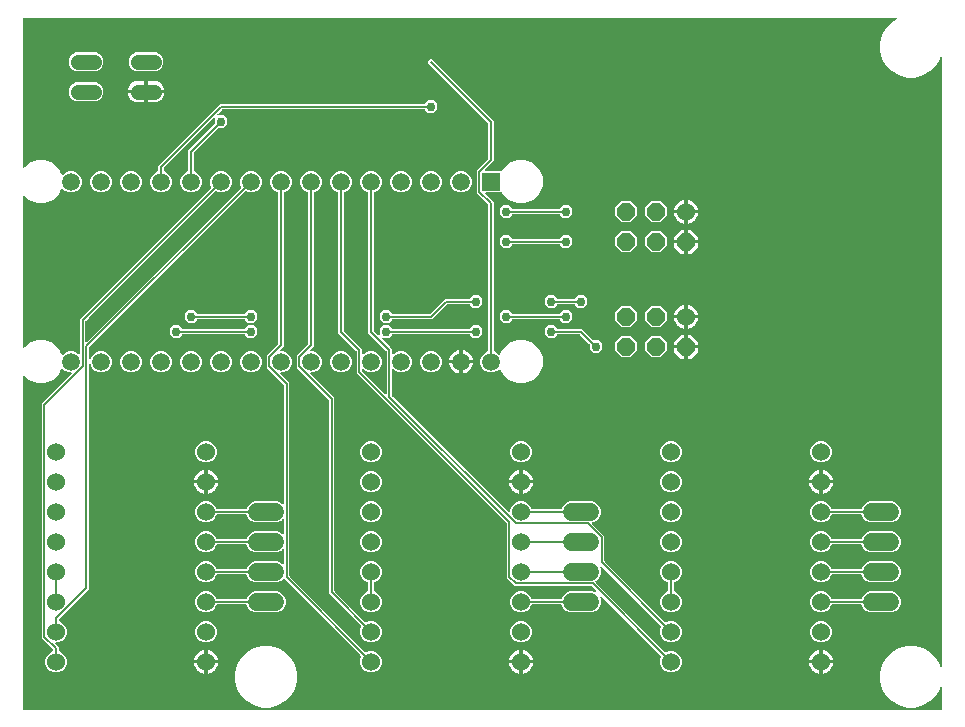
<source format=gbr>
G04 EAGLE Gerber RS-274X export*
G75*
%MOMM*%
%FSLAX34Y34*%
%LPD*%
%INBottom Copper*%
%IPPOS*%
%AMOC8*
5,1,8,0,0,1.08239X$1,22.5*%
G01*
%ADD10C,1.524000*%
%ADD11R,1.508000X1.508000*%
%ADD12C,1.508000*%
%ADD13C,1.524000*%
%ADD14P,1.649562X8X202.500000*%
%ADD15C,1.308000*%
%ADD16C,0.152400*%
%ADD17C,0.756400*%

G36*
X787420Y10164D02*
X787420Y10164D01*
X787439Y10162D01*
X787541Y10184D01*
X787643Y10200D01*
X787660Y10210D01*
X787680Y10214D01*
X787769Y10267D01*
X787860Y10316D01*
X787874Y10330D01*
X787891Y10340D01*
X787958Y10419D01*
X788030Y10494D01*
X788038Y10512D01*
X788051Y10527D01*
X788090Y10623D01*
X788133Y10717D01*
X788135Y10737D01*
X788143Y10755D01*
X788161Y10922D01*
X788161Y28876D01*
X788157Y28899D01*
X788160Y28923D01*
X788138Y29020D01*
X788122Y29118D01*
X788110Y29140D01*
X788105Y29163D01*
X788053Y29248D01*
X788006Y29336D01*
X787989Y29352D01*
X787976Y29373D01*
X787900Y29437D01*
X787828Y29505D01*
X787806Y29515D01*
X787788Y29531D01*
X787695Y29567D01*
X787605Y29609D01*
X787581Y29611D01*
X787559Y29620D01*
X787459Y29625D01*
X787361Y29636D01*
X787337Y29631D01*
X787313Y29632D01*
X787217Y29605D01*
X787120Y29584D01*
X787100Y29571D01*
X787076Y29565D01*
X786994Y29508D01*
X786909Y29457D01*
X786893Y29439D01*
X786874Y29425D01*
X786814Y29346D01*
X786749Y29270D01*
X786740Y29248D01*
X786726Y29229D01*
X786665Y29073D01*
X786378Y28002D01*
X782934Y22037D01*
X778063Y17166D01*
X772098Y13722D01*
X765444Y11939D01*
X758556Y11939D01*
X751902Y13722D01*
X745937Y17166D01*
X741066Y22037D01*
X737622Y28002D01*
X735839Y34656D01*
X735839Y41544D01*
X737622Y48198D01*
X741066Y54163D01*
X745937Y59034D01*
X751902Y62478D01*
X758556Y64261D01*
X765444Y64261D01*
X772098Y62478D01*
X778063Y59034D01*
X782934Y54163D01*
X786378Y48198D01*
X786665Y47127D01*
X786675Y47105D01*
X786679Y47082D01*
X786725Y46994D01*
X786766Y46903D01*
X786782Y46886D01*
X786794Y46864D01*
X786866Y46796D01*
X786933Y46723D01*
X786954Y46712D01*
X786972Y46695D01*
X787062Y46653D01*
X787149Y46606D01*
X787173Y46601D01*
X787195Y46591D01*
X787294Y46580D01*
X787392Y46563D01*
X787416Y46567D01*
X787439Y46564D01*
X787537Y46585D01*
X787635Y46600D01*
X787656Y46611D01*
X787680Y46616D01*
X787765Y46668D01*
X787854Y46713D01*
X787870Y46730D01*
X787891Y46743D01*
X787956Y46818D01*
X788025Y46890D01*
X788035Y46911D01*
X788051Y46930D01*
X788088Y47022D01*
X788131Y47111D01*
X788134Y47135D01*
X788143Y47158D01*
X788161Y47324D01*
X788161Y562276D01*
X788157Y562299D01*
X788160Y562323D01*
X788138Y562420D01*
X788122Y562518D01*
X788110Y562540D01*
X788105Y562563D01*
X788053Y562648D01*
X788006Y562736D01*
X787989Y562752D01*
X787976Y562773D01*
X787900Y562837D01*
X787828Y562905D01*
X787806Y562915D01*
X787788Y562931D01*
X787695Y562967D01*
X787605Y563009D01*
X787581Y563011D01*
X787559Y563020D01*
X787459Y563025D01*
X787361Y563036D01*
X787337Y563031D01*
X787313Y563032D01*
X787217Y563005D01*
X787120Y562984D01*
X787100Y562971D01*
X787076Y562965D01*
X786994Y562908D01*
X786909Y562857D01*
X786893Y562839D01*
X786874Y562825D01*
X786814Y562746D01*
X786749Y562670D01*
X786740Y562648D01*
X786726Y562629D01*
X786665Y562473D01*
X786378Y561402D01*
X782934Y555437D01*
X778063Y550566D01*
X772098Y547122D01*
X765444Y545339D01*
X758556Y545339D01*
X751902Y547122D01*
X745937Y550566D01*
X741066Y555437D01*
X737622Y561402D01*
X735839Y568056D01*
X735839Y574944D01*
X737622Y581598D01*
X741066Y587563D01*
X745937Y592434D01*
X749895Y594719D01*
X749932Y594749D01*
X749974Y594772D01*
X750026Y594827D01*
X750085Y594875D01*
X750110Y594915D01*
X750144Y594950D01*
X750175Y595019D01*
X750216Y595083D01*
X750227Y595130D01*
X750247Y595173D01*
X750255Y595248D01*
X750273Y595322D01*
X750269Y595370D01*
X750274Y595417D01*
X750258Y595492D01*
X750251Y595567D01*
X750232Y595611D01*
X750222Y595658D01*
X750183Y595723D01*
X750153Y595792D01*
X750120Y595828D01*
X750096Y595869D01*
X750038Y595918D01*
X749987Y595974D01*
X749945Y595998D01*
X749909Y596029D01*
X749839Y596057D01*
X749772Y596094D01*
X749725Y596103D01*
X749681Y596121D01*
X749552Y596135D01*
X749531Y596139D01*
X749524Y596138D01*
X749514Y596139D01*
X10922Y596139D01*
X10902Y596136D01*
X10883Y596138D01*
X10781Y596116D01*
X10679Y596100D01*
X10662Y596090D01*
X10642Y596086D01*
X10553Y596033D01*
X10462Y595984D01*
X10448Y595970D01*
X10431Y595960D01*
X10364Y595881D01*
X10292Y595806D01*
X10284Y595788D01*
X10271Y595773D01*
X10232Y595677D01*
X10189Y595583D01*
X10187Y595563D01*
X10179Y595545D01*
X10161Y595378D01*
X10161Y469842D01*
X10172Y469772D01*
X10174Y469700D01*
X10192Y469651D01*
X10200Y469600D01*
X10234Y469536D01*
X10259Y469469D01*
X10291Y469428D01*
X10316Y469382D01*
X10368Y469333D01*
X10412Y469277D01*
X10456Y469249D01*
X10494Y469213D01*
X10559Y469183D01*
X10619Y469144D01*
X10670Y469131D01*
X10717Y469109D01*
X10788Y469101D01*
X10858Y469084D01*
X10910Y469088D01*
X10961Y469082D01*
X11032Y469097D01*
X11103Y469103D01*
X11151Y469123D01*
X11202Y469134D01*
X11263Y469171D01*
X11329Y469199D01*
X11385Y469244D01*
X11413Y469261D01*
X11428Y469278D01*
X11460Y469304D01*
X14968Y472812D01*
X21737Y475616D01*
X29063Y475616D01*
X35832Y472812D01*
X41012Y467632D01*
X42744Y463452D01*
X42768Y463413D01*
X42784Y463369D01*
X42832Y463309D01*
X42873Y463243D01*
X42909Y463213D01*
X42937Y463177D01*
X43003Y463135D01*
X43063Y463086D01*
X43105Y463069D01*
X43144Y463044D01*
X43220Y463025D01*
X43292Y462998D01*
X43338Y462996D01*
X43383Y462984D01*
X43460Y462990D01*
X43538Y462987D01*
X43582Y463000D01*
X43628Y463003D01*
X43699Y463034D01*
X43774Y463056D01*
X43812Y463082D01*
X43854Y463100D01*
X43961Y463185D01*
X43976Y463196D01*
X43979Y463200D01*
X43985Y463205D01*
X45665Y464885D01*
X48997Y466265D01*
X52603Y466265D01*
X55935Y464885D01*
X58485Y462335D01*
X59865Y459003D01*
X59865Y455397D01*
X58485Y452065D01*
X55935Y449515D01*
X52603Y448135D01*
X48997Y448135D01*
X45665Y449515D01*
X43985Y451195D01*
X43948Y451222D01*
X43917Y451256D01*
X43849Y451294D01*
X43785Y451339D01*
X43742Y451352D01*
X43701Y451375D01*
X43625Y451388D01*
X43550Y451411D01*
X43504Y451410D01*
X43459Y451418D01*
X43382Y451407D01*
X43304Y451405D01*
X43261Y451389D01*
X43216Y451382D01*
X43147Y451347D01*
X43073Y451320D01*
X43038Y451292D01*
X42997Y451271D01*
X42942Y451215D01*
X42881Y451167D01*
X42857Y451128D01*
X42824Y451095D01*
X42758Y450976D01*
X42748Y450960D01*
X42747Y450955D01*
X42744Y450948D01*
X41012Y446768D01*
X35832Y441588D01*
X29063Y438784D01*
X21737Y438784D01*
X14968Y441588D01*
X11460Y445096D01*
X11402Y445138D01*
X11350Y445187D01*
X11303Y445209D01*
X11261Y445240D01*
X11192Y445261D01*
X11127Y445291D01*
X11075Y445297D01*
X11025Y445312D01*
X10954Y445310D01*
X10883Y445318D01*
X10832Y445307D01*
X10780Y445306D01*
X10712Y445281D01*
X10642Y445266D01*
X10597Y445239D01*
X10549Y445221D01*
X10493Y445176D01*
X10431Y445139D01*
X10397Y445100D01*
X10357Y445067D01*
X10318Y445007D01*
X10271Y444953D01*
X10252Y444904D01*
X10224Y444860D01*
X10206Y444791D01*
X10179Y444724D01*
X10171Y444653D01*
X10163Y444622D01*
X10165Y444599D01*
X10161Y444558D01*
X10161Y317442D01*
X10172Y317372D01*
X10174Y317300D01*
X10192Y317251D01*
X10200Y317200D01*
X10234Y317136D01*
X10259Y317069D01*
X10291Y317028D01*
X10316Y316982D01*
X10368Y316933D01*
X10412Y316877D01*
X10456Y316849D01*
X10494Y316813D01*
X10559Y316783D01*
X10619Y316744D01*
X10670Y316731D01*
X10717Y316709D01*
X10788Y316701D01*
X10858Y316684D01*
X10910Y316688D01*
X10961Y316682D01*
X11032Y316697D01*
X11103Y316703D01*
X11151Y316723D01*
X11202Y316734D01*
X11263Y316771D01*
X11329Y316799D01*
X11385Y316844D01*
X11413Y316861D01*
X11428Y316878D01*
X11460Y316904D01*
X14968Y320412D01*
X21737Y323216D01*
X29063Y323216D01*
X35832Y320412D01*
X41012Y315232D01*
X42744Y311052D01*
X42768Y311013D01*
X42784Y310969D01*
X42832Y310909D01*
X42873Y310843D01*
X42909Y310813D01*
X42937Y310777D01*
X43003Y310735D01*
X43063Y310686D01*
X43105Y310669D01*
X43144Y310644D01*
X43220Y310625D01*
X43292Y310598D01*
X43338Y310596D01*
X43383Y310584D01*
X43460Y310590D01*
X43538Y310587D01*
X43582Y310600D01*
X43628Y310603D01*
X43699Y310634D01*
X43774Y310656D01*
X43812Y310682D01*
X43854Y310700D01*
X43961Y310785D01*
X43976Y310796D01*
X43979Y310800D01*
X43985Y310805D01*
X45665Y312485D01*
X48997Y313865D01*
X52603Y313865D01*
X55935Y312485D01*
X57040Y311380D01*
X57098Y311338D01*
X57150Y311289D01*
X57197Y311267D01*
X57239Y311236D01*
X57308Y311215D01*
X57373Y311185D01*
X57425Y311179D01*
X57475Y311164D01*
X57546Y311166D01*
X57617Y311158D01*
X57668Y311169D01*
X57720Y311170D01*
X57788Y311195D01*
X57858Y311210D01*
X57903Y311237D01*
X57951Y311255D01*
X58007Y311300D01*
X58069Y311336D01*
X58103Y311376D01*
X58143Y311408D01*
X58182Y311469D01*
X58229Y311523D01*
X58248Y311571D01*
X58276Y311615D01*
X58294Y311685D01*
X58321Y311751D01*
X58329Y311823D01*
X58337Y311854D01*
X58335Y311877D01*
X58339Y311918D01*
X58339Y340973D01*
X62776Y345410D01*
X169555Y452189D01*
X169623Y452283D01*
X169693Y452378D01*
X169695Y452384D01*
X169699Y452389D01*
X169733Y452500D01*
X169769Y452612D01*
X169769Y452618D01*
X169771Y452624D01*
X169768Y452741D01*
X169767Y452858D01*
X169765Y452865D01*
X169765Y452870D01*
X169758Y452887D01*
X169720Y453019D01*
X168735Y455397D01*
X168735Y459003D01*
X170115Y462335D01*
X172665Y464885D01*
X175997Y466265D01*
X179603Y466265D01*
X182935Y464885D01*
X185485Y462335D01*
X186865Y459003D01*
X186865Y455397D01*
X185485Y452065D01*
X182935Y449515D01*
X179603Y448135D01*
X175997Y448135D01*
X173619Y449120D01*
X173505Y449147D01*
X173392Y449176D01*
X173385Y449175D01*
X173379Y449176D01*
X173263Y449165D01*
X173146Y449156D01*
X173141Y449154D01*
X173134Y449153D01*
X173027Y449106D01*
X172920Y449060D01*
X172914Y449055D01*
X172910Y449053D01*
X172896Y449041D01*
X172789Y448955D01*
X66010Y342176D01*
X63136Y339302D01*
X63083Y339228D01*
X63023Y339158D01*
X63011Y339128D01*
X62992Y339102D01*
X62965Y339015D01*
X62931Y338930D01*
X62927Y338889D01*
X62920Y338867D01*
X62921Y338835D01*
X62913Y338763D01*
X62913Y321984D01*
X62924Y321914D01*
X62926Y321842D01*
X62944Y321793D01*
X62952Y321742D01*
X62986Y321678D01*
X63011Y321611D01*
X63043Y321570D01*
X63068Y321524D01*
X63119Y321475D01*
X63164Y321419D01*
X63208Y321391D01*
X63246Y321355D01*
X63311Y321325D01*
X63371Y321286D01*
X63422Y321273D01*
X63469Y321251D01*
X63540Y321243D01*
X63610Y321226D01*
X63662Y321230D01*
X63713Y321224D01*
X63784Y321239D01*
X63855Y321245D01*
X63903Y321265D01*
X63954Y321276D01*
X64015Y321313D01*
X64081Y321341D01*
X64137Y321386D01*
X64165Y321403D01*
X64180Y321420D01*
X64212Y321446D01*
X194955Y452189D01*
X195023Y452283D01*
X195093Y452378D01*
X195095Y452384D01*
X195099Y452389D01*
X195133Y452500D01*
X195169Y452612D01*
X195169Y452618D01*
X195171Y452624D01*
X195168Y452741D01*
X195167Y452858D01*
X195165Y452865D01*
X195165Y452870D01*
X195158Y452887D01*
X195120Y453019D01*
X194135Y455397D01*
X194135Y459003D01*
X195515Y462335D01*
X198065Y464885D01*
X201397Y466265D01*
X205003Y466265D01*
X208335Y464885D01*
X210885Y462335D01*
X212265Y459003D01*
X212265Y455397D01*
X210885Y452065D01*
X208335Y449515D01*
X205003Y448135D01*
X201397Y448135D01*
X199019Y449120D01*
X198905Y449147D01*
X198792Y449176D01*
X198785Y449175D01*
X198779Y449176D01*
X198663Y449165D01*
X198546Y449156D01*
X198541Y449154D01*
X198534Y449153D01*
X198427Y449106D01*
X198320Y449060D01*
X198314Y449055D01*
X198310Y449053D01*
X198296Y449041D01*
X198189Y448955D01*
X66184Y316950D01*
X66131Y316876D01*
X66071Y316806D01*
X66059Y316776D01*
X66040Y316750D01*
X66013Y316663D01*
X65979Y316578D01*
X65975Y316537D01*
X65968Y316515D01*
X65969Y316483D01*
X65961Y316411D01*
X65961Y307595D01*
X65976Y307498D01*
X65986Y307402D01*
X65996Y307378D01*
X66000Y307352D01*
X66046Y307266D01*
X66086Y307177D01*
X66103Y307158D01*
X66116Y307134D01*
X66186Y307067D01*
X66252Y306996D01*
X66275Y306983D01*
X66294Y306965D01*
X66382Y306924D01*
X66468Y306877D01*
X66493Y306872D01*
X66517Y306861D01*
X66614Y306851D01*
X66710Y306833D01*
X66736Y306837D01*
X66761Y306834D01*
X66857Y306855D01*
X66953Y306869D01*
X66976Y306881D01*
X67002Y306887D01*
X67085Y306937D01*
X67172Y306981D01*
X67191Y306999D01*
X67213Y307013D01*
X67276Y307087D01*
X67344Y307156D01*
X67360Y307185D01*
X67373Y307200D01*
X67385Y307230D01*
X67425Y307303D01*
X68515Y309935D01*
X71065Y312485D01*
X74397Y313865D01*
X78003Y313865D01*
X81335Y312485D01*
X83885Y309935D01*
X85265Y306603D01*
X85265Y302997D01*
X83885Y299665D01*
X81335Y297115D01*
X78003Y295735D01*
X74397Y295735D01*
X71065Y297115D01*
X68515Y299665D01*
X67425Y302297D01*
X67374Y302380D01*
X67328Y302466D01*
X67310Y302484D01*
X67296Y302506D01*
X67220Y302568D01*
X67150Y302635D01*
X67126Y302646D01*
X67106Y302663D01*
X67015Y302698D01*
X66927Y302739D01*
X66901Y302741D01*
X66877Y302751D01*
X66779Y302755D01*
X66683Y302766D01*
X66657Y302760D01*
X66631Y302761D01*
X66537Y302734D01*
X66442Y302713D01*
X66420Y302700D01*
X66395Y302693D01*
X66315Y302637D01*
X66231Y302587D01*
X66214Y302567D01*
X66193Y302552D01*
X66134Y302474D01*
X66071Y302400D01*
X66061Y302376D01*
X66046Y302355D01*
X66016Y302263D01*
X65979Y302172D01*
X65976Y302140D01*
X65970Y302121D01*
X65970Y302088D01*
X65961Y302005D01*
X65961Y112218D01*
X40610Y86867D01*
X40557Y86793D01*
X40497Y86723D01*
X40485Y86693D01*
X40466Y86667D01*
X40439Y86580D01*
X40405Y86495D01*
X40401Y86454D01*
X40394Y86432D01*
X40395Y86400D01*
X40387Y86328D01*
X40387Y85660D01*
X40406Y85545D01*
X40423Y85429D01*
X40425Y85423D01*
X40426Y85417D01*
X40481Y85314D01*
X40534Y85209D01*
X40539Y85205D01*
X40542Y85200D01*
X40626Y85120D01*
X40710Y85037D01*
X40716Y85034D01*
X40720Y85030D01*
X40737Y85022D01*
X40857Y84956D01*
X43280Y83953D01*
X45853Y81380D01*
X47245Y78019D01*
X47245Y74381D01*
X45853Y71020D01*
X43280Y68447D01*
X39919Y67055D01*
X38307Y67055D01*
X38236Y67044D01*
X38165Y67042D01*
X38116Y67024D01*
X38064Y67016D01*
X38001Y66982D01*
X37934Y66957D01*
X37893Y66925D01*
X37847Y66900D01*
X37798Y66848D01*
X37742Y66804D01*
X37714Y66760D01*
X37678Y66722D01*
X37648Y66657D01*
X37609Y66597D01*
X37596Y66546D01*
X37574Y66499D01*
X37566Y66428D01*
X37549Y66358D01*
X37553Y66306D01*
X37547Y66255D01*
X37562Y66184D01*
X37568Y66113D01*
X37588Y66065D01*
X37599Y66014D01*
X37636Y65953D01*
X37664Y65887D01*
X37709Y65831D01*
X37725Y65803D01*
X37743Y65788D01*
X37769Y65756D01*
X40387Y63138D01*
X40387Y60260D01*
X40406Y60145D01*
X40423Y60029D01*
X40425Y60023D01*
X40426Y60017D01*
X40481Y59914D01*
X40534Y59809D01*
X40539Y59805D01*
X40542Y59800D01*
X40626Y59720D01*
X40710Y59637D01*
X40716Y59634D01*
X40720Y59630D01*
X40737Y59622D01*
X40857Y59556D01*
X43280Y58553D01*
X45853Y55980D01*
X47245Y52619D01*
X47245Y48981D01*
X45853Y45620D01*
X43280Y43047D01*
X39919Y41655D01*
X36281Y41655D01*
X32920Y43047D01*
X30347Y45620D01*
X28955Y48981D01*
X28955Y52619D01*
X30347Y55980D01*
X32920Y58553D01*
X35343Y59556D01*
X35443Y59618D01*
X35543Y59678D01*
X35547Y59683D01*
X35552Y59686D01*
X35627Y59776D01*
X35703Y59865D01*
X35705Y59871D01*
X35709Y59875D01*
X35751Y59984D01*
X35795Y60093D01*
X35796Y60100D01*
X35797Y60105D01*
X35798Y60123D01*
X35813Y60260D01*
X35813Y60928D01*
X35799Y61018D01*
X35791Y61109D01*
X35779Y61139D01*
X35774Y61171D01*
X35731Y61252D01*
X35695Y61336D01*
X35669Y61368D01*
X35658Y61388D01*
X35635Y61411D01*
X35590Y61467D01*
X25907Y71150D01*
X25907Y269245D01*
X51098Y294436D01*
X51140Y294494D01*
X51189Y294546D01*
X51211Y294593D01*
X51241Y294635D01*
X51262Y294704D01*
X51293Y294769D01*
X51298Y294821D01*
X51314Y294871D01*
X51312Y294942D01*
X51320Y295013D01*
X51309Y295064D01*
X51307Y295116D01*
X51283Y295184D01*
X51268Y295254D01*
X51241Y295299D01*
X51223Y295347D01*
X51178Y295403D01*
X51141Y295465D01*
X51102Y295499D01*
X51069Y295539D01*
X51009Y295578D01*
X50954Y295625D01*
X50906Y295644D01*
X50862Y295672D01*
X50793Y295690D01*
X50726Y295717D01*
X50655Y295725D01*
X50624Y295733D01*
X50601Y295731D01*
X50560Y295735D01*
X48997Y295735D01*
X45665Y297115D01*
X43985Y298795D01*
X43948Y298822D01*
X43917Y298856D01*
X43849Y298894D01*
X43785Y298939D01*
X43742Y298952D01*
X43701Y298975D01*
X43625Y298988D01*
X43550Y299011D01*
X43504Y299010D01*
X43459Y299018D01*
X43382Y299007D01*
X43304Y299005D01*
X43261Y298989D01*
X43216Y298982D01*
X43147Y298947D01*
X43073Y298920D01*
X43038Y298892D01*
X42997Y298871D01*
X42942Y298815D01*
X42881Y298767D01*
X42857Y298728D01*
X42824Y298695D01*
X42758Y298576D01*
X42748Y298560D01*
X42747Y298555D01*
X42744Y298548D01*
X41012Y294368D01*
X35832Y289188D01*
X29063Y286384D01*
X21737Y286384D01*
X14968Y289188D01*
X11460Y292696D01*
X11402Y292738D01*
X11350Y292787D01*
X11303Y292809D01*
X11261Y292840D01*
X11192Y292861D01*
X11127Y292891D01*
X11075Y292897D01*
X11025Y292912D01*
X10954Y292910D01*
X10883Y292918D01*
X10832Y292907D01*
X10780Y292906D01*
X10712Y292881D01*
X10642Y292866D01*
X10597Y292839D01*
X10549Y292821D01*
X10493Y292776D01*
X10431Y292739D01*
X10397Y292700D01*
X10357Y292667D01*
X10318Y292607D01*
X10271Y292553D01*
X10252Y292504D01*
X10224Y292460D01*
X10206Y292391D01*
X10179Y292324D01*
X10171Y292253D01*
X10163Y292222D01*
X10165Y292199D01*
X10161Y292158D01*
X10161Y10922D01*
X10164Y10902D01*
X10162Y10883D01*
X10184Y10781D01*
X10200Y10679D01*
X10210Y10662D01*
X10214Y10642D01*
X10267Y10553D01*
X10316Y10462D01*
X10330Y10448D01*
X10340Y10431D01*
X10419Y10364D01*
X10494Y10292D01*
X10512Y10284D01*
X10527Y10271D01*
X10623Y10232D01*
X10717Y10189D01*
X10737Y10187D01*
X10755Y10179D01*
X10922Y10161D01*
X787400Y10161D01*
X787420Y10164D01*
G37*
%LPC*%
G36*
X556981Y41655D02*
X556981Y41655D01*
X553620Y43047D01*
X551047Y45620D01*
X549655Y48981D01*
X549655Y52619D01*
X550659Y55042D01*
X550686Y55156D01*
X550714Y55270D01*
X550714Y55276D01*
X550715Y55282D01*
X550704Y55398D01*
X550695Y55515D01*
X550693Y55520D01*
X550692Y55527D01*
X550644Y55634D01*
X550599Y55741D01*
X550594Y55747D01*
X550592Y55751D01*
X550580Y55765D01*
X550494Y55872D01*
X499538Y106828D01*
X499459Y106885D01*
X499384Y106947D01*
X499359Y106957D01*
X499338Y106972D01*
X499245Y107001D01*
X499154Y107035D01*
X499128Y107037D01*
X499103Y107044D01*
X499006Y107042D01*
X498908Y107046D01*
X498883Y107039D01*
X498857Y107038D01*
X498765Y107004D01*
X498672Y106977D01*
X498651Y106962D01*
X498626Y106953D01*
X498550Y106893D01*
X498470Y106837D01*
X498454Y106816D01*
X498434Y106800D01*
X498381Y106718D01*
X498323Y106640D01*
X498315Y106615D01*
X498301Y106593D01*
X498277Y106498D01*
X498247Y106406D01*
X498247Y106380D01*
X498241Y106354D01*
X498248Y106257D01*
X498249Y106160D01*
X498259Y106128D01*
X498260Y106109D01*
X498273Y106079D01*
X498296Y105999D01*
X499365Y103419D01*
X499365Y99781D01*
X497973Y96420D01*
X495400Y93847D01*
X492039Y92455D01*
X473161Y92455D01*
X469800Y93847D01*
X467227Y96420D01*
X466224Y98843D01*
X466162Y98943D01*
X466102Y99043D01*
X466097Y99047D01*
X466094Y99052D01*
X466004Y99127D01*
X465915Y99203D01*
X465909Y99205D01*
X465905Y99209D01*
X465796Y99251D01*
X465687Y99295D01*
X465680Y99296D01*
X465675Y99297D01*
X465657Y99298D01*
X465520Y99313D01*
X441260Y99313D01*
X441145Y99294D01*
X441029Y99277D01*
X441023Y99275D01*
X441017Y99274D01*
X440914Y99219D01*
X440809Y99166D01*
X440805Y99161D01*
X440800Y99158D01*
X440720Y99074D01*
X440637Y98990D01*
X440634Y98984D01*
X440630Y98980D01*
X440622Y98963D01*
X440556Y98843D01*
X439553Y96420D01*
X436980Y93847D01*
X433619Y92455D01*
X429981Y92455D01*
X426620Y93847D01*
X424047Y96420D01*
X422655Y99781D01*
X422655Y103419D01*
X424047Y106780D01*
X426620Y109353D01*
X429981Y110745D01*
X433619Y110745D01*
X436980Y109353D01*
X439553Y106780D01*
X440556Y104357D01*
X440618Y104257D01*
X440678Y104157D01*
X440683Y104153D01*
X440686Y104148D01*
X440776Y104073D01*
X440865Y103997D01*
X440871Y103995D01*
X440875Y103991D01*
X440984Y103949D01*
X441093Y103905D01*
X441100Y103904D01*
X441105Y103903D01*
X441123Y103902D01*
X441260Y103887D01*
X465520Y103887D01*
X465635Y103906D01*
X465751Y103923D01*
X465757Y103925D01*
X465763Y103926D01*
X465866Y103981D01*
X465971Y104034D01*
X465975Y104039D01*
X465980Y104042D01*
X466060Y104126D01*
X466143Y104210D01*
X466146Y104216D01*
X466150Y104220D01*
X466158Y104237D01*
X466224Y104357D01*
X467227Y106780D01*
X469800Y109353D01*
X473161Y110745D01*
X492039Y110745D01*
X494619Y109676D01*
X494713Y109654D01*
X494807Y109625D01*
X494833Y109626D01*
X494858Y109620D01*
X494955Y109629D01*
X495053Y109632D01*
X495077Y109641D01*
X495103Y109643D01*
X495192Y109683D01*
X495284Y109716D01*
X495304Y109732D01*
X495328Y109743D01*
X495400Y109809D01*
X495476Y109870D01*
X495490Y109892D01*
X495509Y109909D01*
X495556Y109995D01*
X495609Y110077D01*
X495615Y110102D01*
X495628Y110125D01*
X495645Y110221D01*
X495669Y110315D01*
X495667Y110341D01*
X495671Y110367D01*
X495657Y110464D01*
X495649Y110560D01*
X495639Y110584D01*
X495635Y110610D01*
X495591Y110697D01*
X495553Y110787D01*
X495533Y110812D01*
X495524Y110830D01*
X495500Y110853D01*
X495448Y110918D01*
X491782Y114584D01*
X491708Y114637D01*
X491638Y114697D01*
X491608Y114709D01*
X491582Y114728D01*
X491495Y114755D01*
X491410Y114789D01*
X491369Y114793D01*
X491347Y114800D01*
X491315Y114799D01*
X491243Y114807D01*
X426750Y114807D01*
X419607Y121950D01*
X419607Y168124D01*
X419593Y168214D01*
X419585Y168305D01*
X419573Y168334D01*
X419568Y168366D01*
X419525Y168447D01*
X419489Y168531D01*
X419463Y168563D01*
X419452Y168584D01*
X419429Y168606D01*
X419384Y168662D01*
X292687Y295359D01*
X292687Y313363D01*
X292673Y313454D01*
X292665Y313544D01*
X292653Y313574D01*
X292648Y313606D01*
X292605Y313687D01*
X292569Y313771D01*
X292543Y313803D01*
X292532Y313824D01*
X292509Y313846D01*
X292464Y313902D01*
X277113Y329253D01*
X277113Y447827D01*
X277094Y447942D01*
X277077Y448058D01*
X277075Y448064D01*
X277074Y448070D01*
X277019Y448172D01*
X276966Y448277D01*
X276961Y448282D01*
X276958Y448287D01*
X276874Y448367D01*
X276790Y448449D01*
X276784Y448453D01*
X276780Y448456D01*
X276763Y448464D01*
X276643Y448530D01*
X274265Y449515D01*
X271715Y452065D01*
X270335Y455397D01*
X270335Y459003D01*
X271715Y462335D01*
X274265Y464885D01*
X277597Y466265D01*
X281203Y466265D01*
X284535Y464885D01*
X287085Y462335D01*
X288465Y459003D01*
X288465Y455397D01*
X287085Y452065D01*
X284535Y449515D01*
X282157Y448530D01*
X282057Y448468D01*
X281957Y448409D01*
X281953Y448404D01*
X281948Y448401D01*
X281873Y448310D01*
X281797Y448222D01*
X281795Y448216D01*
X281791Y448211D01*
X281749Y448103D01*
X281705Y447994D01*
X281704Y447986D01*
X281703Y447982D01*
X281702Y447963D01*
X281687Y447827D01*
X281687Y331463D01*
X281701Y331372D01*
X281709Y331282D01*
X281721Y331252D01*
X281726Y331220D01*
X281769Y331139D01*
X281805Y331055D01*
X281831Y331023D01*
X281842Y331002D01*
X281865Y330980D01*
X281910Y330924D01*
X297261Y315573D01*
X297261Y311918D01*
X297272Y311847D01*
X297274Y311776D01*
X297292Y311727D01*
X297300Y311675D01*
X297334Y311612D01*
X297359Y311545D01*
X297391Y311504D01*
X297416Y311458D01*
X297468Y311409D01*
X297512Y311353D01*
X297556Y311324D01*
X297594Y311289D01*
X297659Y311258D01*
X297719Y311220D01*
X297770Y311207D01*
X297817Y311185D01*
X297888Y311177D01*
X297958Y311159D01*
X298010Y311164D01*
X298061Y311158D01*
X298132Y311173D01*
X298203Y311179D01*
X298251Y311199D01*
X298302Y311210D01*
X298363Y311247D01*
X298429Y311275D01*
X298485Y311320D01*
X298513Y311336D01*
X298528Y311354D01*
X298560Y311380D01*
X299665Y312485D01*
X302997Y313865D01*
X306603Y313865D01*
X309935Y312485D01*
X312485Y309935D01*
X313865Y306603D01*
X313865Y302997D01*
X312485Y299665D01*
X309935Y297115D01*
X306603Y295735D01*
X302997Y295735D01*
X299665Y297115D01*
X298560Y298220D01*
X298502Y298262D01*
X298450Y298311D01*
X298403Y298333D01*
X298361Y298364D01*
X298292Y298385D01*
X298227Y298415D01*
X298175Y298421D01*
X298125Y298436D01*
X298054Y298434D01*
X297983Y298442D01*
X297932Y298431D01*
X297880Y298430D01*
X297812Y298405D01*
X297742Y298390D01*
X297697Y298363D01*
X297649Y298345D01*
X297593Y298300D01*
X297531Y298264D01*
X297497Y298224D01*
X297457Y298192D01*
X297418Y298131D01*
X297371Y298077D01*
X297352Y298029D01*
X297324Y297985D01*
X297306Y297915D01*
X297279Y297849D01*
X297271Y297777D01*
X297263Y297746D01*
X297265Y297723D01*
X297261Y297682D01*
X297261Y297569D01*
X297275Y297479D01*
X297283Y297388D01*
X297295Y297358D01*
X297300Y297326D01*
X297343Y297245D01*
X297379Y297161D01*
X297405Y297129D01*
X297416Y297109D01*
X297439Y297086D01*
X297484Y297030D01*
X316788Y277726D01*
X316846Y277685D01*
X316898Y277635D01*
X316945Y277613D01*
X316987Y277583D01*
X317056Y277562D01*
X317121Y277532D01*
X317173Y277526D01*
X317223Y277510D01*
X317294Y277512D01*
X317365Y277504D01*
X317416Y277515D01*
X317468Y277517D01*
X317536Y277541D01*
X317606Y277557D01*
X317651Y277583D01*
X317699Y277601D01*
X317755Y277646D01*
X317817Y277683D01*
X317851Y277722D01*
X317891Y277755D01*
X317930Y277815D01*
X317977Y277870D01*
X317996Y277918D01*
X318024Y277962D01*
X318042Y278031D01*
X318069Y278098D01*
X318077Y278169D01*
X318085Y278200D01*
X318083Y278224D01*
X318087Y278265D01*
X318087Y313364D01*
X318073Y313454D01*
X318065Y313545D01*
X318053Y313574D01*
X318048Y313606D01*
X318005Y313687D01*
X317969Y313771D01*
X317943Y313803D01*
X317932Y313824D01*
X317909Y313846D01*
X317864Y313902D01*
X302513Y329253D01*
X302513Y447827D01*
X302494Y447942D01*
X302477Y448058D01*
X302475Y448064D01*
X302474Y448070D01*
X302419Y448172D01*
X302366Y448277D01*
X302361Y448282D01*
X302358Y448287D01*
X302274Y448367D01*
X302190Y448449D01*
X302184Y448453D01*
X302180Y448456D01*
X302163Y448464D01*
X302043Y448530D01*
X299665Y449515D01*
X297115Y452065D01*
X295735Y455397D01*
X295735Y459003D01*
X297115Y462335D01*
X299665Y464885D01*
X302997Y466265D01*
X306603Y466265D01*
X309935Y464885D01*
X312485Y462335D01*
X313865Y459003D01*
X313865Y455397D01*
X312485Y452065D01*
X309935Y449515D01*
X307557Y448530D01*
X307457Y448468D01*
X307357Y448409D01*
X307353Y448404D01*
X307348Y448401D01*
X307273Y448310D01*
X307197Y448222D01*
X307195Y448216D01*
X307191Y448211D01*
X307149Y448103D01*
X307105Y447994D01*
X307104Y447986D01*
X307103Y447982D01*
X307102Y447963D01*
X307087Y447827D01*
X307087Y331463D01*
X307101Y331372D01*
X307109Y331282D01*
X307121Y331252D01*
X307126Y331220D01*
X307169Y331139D01*
X307205Y331055D01*
X307231Y331023D01*
X307242Y331002D01*
X307265Y330980D01*
X307310Y330924D01*
X310894Y327340D01*
X310952Y327298D01*
X311004Y327249D01*
X311051Y327227D01*
X311093Y327197D01*
X311162Y327176D01*
X311227Y327145D01*
X311279Y327140D01*
X311329Y327124D01*
X311400Y327126D01*
X311471Y327118D01*
X311522Y327129D01*
X311574Y327131D01*
X311642Y327155D01*
X311712Y327170D01*
X311757Y327197D01*
X311805Y327215D01*
X311861Y327260D01*
X311923Y327297D01*
X311957Y327336D01*
X311997Y327369D01*
X312036Y327429D01*
X312083Y327484D01*
X312102Y327532D01*
X312130Y327576D01*
X312148Y327645D01*
X312175Y327712D01*
X312183Y327783D01*
X312191Y327814D01*
X312189Y327838D01*
X312193Y327878D01*
X312193Y332398D01*
X315302Y335507D01*
X319698Y335507D01*
X322495Y332710D01*
X322569Y332657D01*
X322639Y332597D01*
X322669Y332585D01*
X322695Y332566D01*
X322782Y332539D01*
X322867Y332505D01*
X322908Y332501D01*
X322930Y332494D01*
X322962Y332495D01*
X323033Y332487D01*
X388167Y332487D01*
X388257Y332501D01*
X388348Y332509D01*
X388377Y332521D01*
X388409Y332526D01*
X388490Y332569D01*
X388574Y332605D01*
X388606Y332631D01*
X388627Y332642D01*
X388649Y332665D01*
X388705Y332710D01*
X391502Y335507D01*
X395898Y335507D01*
X399007Y332398D01*
X399007Y328002D01*
X395898Y324893D01*
X391502Y324893D01*
X388705Y327690D01*
X388631Y327743D01*
X388561Y327803D01*
X388531Y327815D01*
X388505Y327834D01*
X388418Y327861D01*
X388333Y327895D01*
X388292Y327899D01*
X388270Y327906D01*
X388238Y327905D01*
X388167Y327913D01*
X323033Y327913D01*
X322943Y327899D01*
X322852Y327891D01*
X322823Y327879D01*
X322791Y327874D01*
X322710Y327831D01*
X322626Y327795D01*
X322594Y327769D01*
X322573Y327758D01*
X322551Y327735D01*
X322495Y327690D01*
X319698Y324893D01*
X315178Y324893D01*
X315108Y324882D01*
X315036Y324880D01*
X314987Y324862D01*
X314936Y324854D01*
X314872Y324820D01*
X314805Y324795D01*
X314764Y324763D01*
X314718Y324738D01*
X314669Y324687D01*
X314613Y324642D01*
X314585Y324598D01*
X314549Y324560D01*
X314519Y324495D01*
X314480Y324435D01*
X314467Y324384D01*
X314445Y324337D01*
X314437Y324266D01*
X314420Y324196D01*
X314424Y324144D01*
X314418Y324093D01*
X314433Y324022D01*
X314439Y323951D01*
X314459Y323903D01*
X314470Y323852D01*
X314507Y323791D01*
X314535Y323725D01*
X314580Y323669D01*
X314597Y323641D01*
X314614Y323626D01*
X314640Y323594D01*
X321098Y317136D01*
X322661Y315573D01*
X322661Y311918D01*
X322672Y311847D01*
X322674Y311776D01*
X322692Y311727D01*
X322700Y311675D01*
X322734Y311612D01*
X322759Y311545D01*
X322791Y311504D01*
X322816Y311458D01*
X322868Y311409D01*
X322912Y311353D01*
X322956Y311324D01*
X322994Y311289D01*
X323059Y311258D01*
X323119Y311220D01*
X323170Y311207D01*
X323217Y311185D01*
X323288Y311177D01*
X323358Y311159D01*
X323410Y311164D01*
X323461Y311158D01*
X323532Y311173D01*
X323603Y311179D01*
X323651Y311199D01*
X323702Y311210D01*
X323763Y311247D01*
X323829Y311275D01*
X323885Y311320D01*
X323913Y311336D01*
X323928Y311354D01*
X323960Y311380D01*
X325065Y312485D01*
X328397Y313865D01*
X332003Y313865D01*
X335335Y312485D01*
X337885Y309935D01*
X339265Y306603D01*
X339265Y302997D01*
X337885Y299665D01*
X335335Y297115D01*
X332003Y295735D01*
X328397Y295735D01*
X325065Y297115D01*
X323960Y298220D01*
X323902Y298262D01*
X323850Y298311D01*
X323803Y298333D01*
X323761Y298364D01*
X323692Y298385D01*
X323627Y298415D01*
X323575Y298421D01*
X323525Y298436D01*
X323454Y298434D01*
X323383Y298442D01*
X323332Y298431D01*
X323280Y298430D01*
X323212Y298405D01*
X323142Y298390D01*
X323097Y298363D01*
X323049Y298345D01*
X322993Y298300D01*
X322931Y298264D01*
X322897Y298224D01*
X322857Y298192D01*
X322818Y298131D01*
X322771Y298077D01*
X322752Y298029D01*
X322724Y297985D01*
X322706Y297915D01*
X322679Y297849D01*
X322671Y297777D01*
X322663Y297746D01*
X322665Y297723D01*
X322661Y297682D01*
X322661Y276479D01*
X322675Y276389D01*
X322683Y276298D01*
X322695Y276268D01*
X322700Y276237D01*
X322743Y276156D01*
X322779Y276072D01*
X322805Y276040D01*
X322816Y276019D01*
X322839Y275997D01*
X322884Y275941D01*
X421356Y177469D01*
X421414Y177427D01*
X421466Y177378D01*
X421513Y177356D01*
X421555Y177325D01*
X421624Y177304D01*
X421689Y177274D01*
X421741Y177268D01*
X421791Y177253D01*
X421862Y177255D01*
X421933Y177247D01*
X421984Y177258D01*
X422036Y177259D01*
X422104Y177284D01*
X422174Y177299D01*
X422218Y177326D01*
X422267Y177344D01*
X422323Y177389D01*
X422385Y177425D01*
X422419Y177465D01*
X422459Y177498D01*
X422498Y177558D01*
X422545Y177612D01*
X422564Y177661D01*
X422592Y177704D01*
X422610Y177774D01*
X422637Y177840D01*
X422645Y177912D01*
X422653Y177943D01*
X422651Y177966D01*
X422655Y178007D01*
X422655Y179619D01*
X424047Y182980D01*
X426620Y185553D01*
X429981Y186945D01*
X433619Y186945D01*
X436980Y185553D01*
X439553Y182980D01*
X440556Y180557D01*
X440618Y180457D01*
X440678Y180357D01*
X440683Y180353D01*
X440686Y180348D01*
X440776Y180273D01*
X440865Y180197D01*
X440871Y180195D01*
X440875Y180191D01*
X440984Y180149D01*
X441093Y180105D01*
X441100Y180104D01*
X441105Y180103D01*
X441123Y180102D01*
X441260Y180087D01*
X465520Y180087D01*
X465635Y180106D01*
X465751Y180123D01*
X465757Y180125D01*
X465763Y180126D01*
X465866Y180181D01*
X465971Y180234D01*
X465975Y180239D01*
X465980Y180242D01*
X466060Y180326D01*
X466143Y180410D01*
X466146Y180416D01*
X466150Y180420D01*
X466158Y180437D01*
X466224Y180557D01*
X467227Y182980D01*
X469800Y185553D01*
X473161Y186945D01*
X492039Y186945D01*
X495400Y185553D01*
X497973Y182980D01*
X499365Y179619D01*
X499365Y175981D01*
X497973Y172620D01*
X495400Y170047D01*
X492504Y168848D01*
X492465Y168824D01*
X492422Y168808D01*
X492361Y168759D01*
X492295Y168718D01*
X492266Y168683D01*
X492230Y168654D01*
X492188Y168589D01*
X492138Y168529D01*
X492122Y168486D01*
X492097Y168447D01*
X492078Y168372D01*
X492050Y168299D01*
X492048Y168253D01*
X492037Y168209D01*
X492043Y168131D01*
X492039Y168053D01*
X492052Y168009D01*
X492056Y167964D01*
X492086Y167892D01*
X492108Y167817D01*
X492134Y167779D01*
X492152Y167737D01*
X492237Y167631D01*
X492248Y167615D01*
X492252Y167612D01*
X492257Y167606D01*
X502413Y157450D01*
X502413Y136136D01*
X502427Y136046D01*
X502435Y135955D01*
X502447Y135926D01*
X502452Y135894D01*
X502495Y135813D01*
X502531Y135729D01*
X502557Y135697D01*
X502568Y135676D01*
X502591Y135654D01*
X502636Y135598D01*
X553728Y84506D01*
X553822Y84438D01*
X553917Y84368D01*
X553923Y84366D01*
X553928Y84362D01*
X554039Y84328D01*
X554151Y84292D01*
X554157Y84292D01*
X554163Y84290D01*
X554280Y84293D01*
X554396Y84294D01*
X554404Y84296D01*
X554409Y84296D01*
X554426Y84303D01*
X554558Y84341D01*
X556981Y85345D01*
X560619Y85345D01*
X563980Y83953D01*
X566553Y81380D01*
X567945Y78019D01*
X567945Y74381D01*
X566553Y71020D01*
X563980Y68447D01*
X560619Y67055D01*
X556981Y67055D01*
X553620Y68447D01*
X551047Y71020D01*
X549655Y74381D01*
X549655Y78019D01*
X550659Y80442D01*
X550686Y80556D01*
X550714Y80670D01*
X550714Y80676D01*
X550715Y80682D01*
X550704Y80798D01*
X550695Y80915D01*
X550693Y80920D01*
X550692Y80927D01*
X550644Y81034D01*
X550599Y81141D01*
X550594Y81147D01*
X550592Y81151D01*
X550579Y81165D01*
X550494Y81272D01*
X499538Y132228D01*
X499459Y132285D01*
X499384Y132347D01*
X499359Y132357D01*
X499338Y132372D01*
X499245Y132401D01*
X499154Y132435D01*
X499128Y132437D01*
X499103Y132444D01*
X499006Y132442D01*
X498908Y132446D01*
X498883Y132439D01*
X498857Y132438D01*
X498765Y132404D01*
X498672Y132377D01*
X498651Y132362D01*
X498626Y132353D01*
X498550Y132293D01*
X498470Y132237D01*
X498454Y132216D01*
X498434Y132200D01*
X498381Y132118D01*
X498323Y132040D01*
X498315Y132015D01*
X498301Y131993D01*
X498277Y131898D01*
X498247Y131806D01*
X498247Y131780D01*
X498241Y131754D01*
X498248Y131657D01*
X498249Y131560D01*
X498259Y131528D01*
X498260Y131509D01*
X498273Y131479D01*
X498296Y131399D01*
X499365Y128819D01*
X499365Y125181D01*
X497973Y121820D01*
X495400Y119247D01*
X495170Y119152D01*
X495131Y119128D01*
X495088Y119112D01*
X495027Y119064D01*
X494961Y119023D01*
X494932Y118987D01*
X494896Y118959D01*
X494854Y118893D01*
X494804Y118833D01*
X494788Y118790D01*
X494763Y118752D01*
X494744Y118676D01*
X494716Y118604D01*
X494714Y118558D01*
X494703Y118513D01*
X494709Y118436D01*
X494706Y118358D01*
X494719Y118314D01*
X494722Y118268D01*
X494753Y118196D01*
X494774Y118122D01*
X494800Y118084D01*
X494818Y118042D01*
X494904Y117935D01*
X494915Y117920D01*
X494919Y117916D01*
X494923Y117911D01*
X495016Y117818D01*
X553728Y59106D01*
X553822Y59038D01*
X553917Y58968D01*
X553923Y58966D01*
X553928Y58962D01*
X554039Y58928D01*
X554151Y58892D01*
X554157Y58892D01*
X554163Y58890D01*
X554280Y58893D01*
X554396Y58894D01*
X554404Y58896D01*
X554409Y58896D01*
X554426Y58903D01*
X554558Y58941D01*
X556981Y59945D01*
X560619Y59945D01*
X563980Y58553D01*
X566553Y55980D01*
X567945Y52619D01*
X567945Y48981D01*
X566553Y45620D01*
X563980Y43047D01*
X560619Y41655D01*
X556981Y41655D01*
G37*
%LPD*%
%LPC*%
G36*
X302981Y41655D02*
X302981Y41655D01*
X299620Y43047D01*
X297047Y45620D01*
X295655Y48981D01*
X295655Y52619D01*
X296659Y55042D01*
X296686Y55156D01*
X296714Y55270D01*
X296714Y55276D01*
X296715Y55282D01*
X296704Y55398D01*
X296695Y55515D01*
X296693Y55520D01*
X296692Y55527D01*
X296644Y55634D01*
X296599Y55741D01*
X296594Y55747D01*
X296592Y55751D01*
X296580Y55765D01*
X296494Y55872D01*
X232702Y119664D01*
X231448Y120918D01*
X231431Y120930D01*
X231419Y120946D01*
X231332Y121002D01*
X231248Y121062D01*
X231229Y121068D01*
X231212Y121079D01*
X231112Y121104D01*
X231013Y121134D01*
X230993Y121134D01*
X230974Y121139D01*
X230871Y121131D01*
X230767Y121128D01*
X230748Y121121D01*
X230728Y121120D01*
X230633Y121079D01*
X230536Y121044D01*
X230520Y121031D01*
X230502Y121023D01*
X230371Y120918D01*
X228700Y119247D01*
X225339Y117855D01*
X206461Y117855D01*
X203100Y119247D01*
X200527Y121820D01*
X199524Y124243D01*
X199462Y124343D01*
X199402Y124443D01*
X199397Y124447D01*
X199394Y124452D01*
X199304Y124527D01*
X199215Y124603D01*
X199209Y124605D01*
X199205Y124609D01*
X199096Y124651D01*
X198987Y124695D01*
X198980Y124696D01*
X198975Y124697D01*
X198957Y124698D01*
X198820Y124713D01*
X174560Y124713D01*
X174445Y124694D01*
X174329Y124677D01*
X174323Y124675D01*
X174317Y124674D01*
X174214Y124619D01*
X174109Y124566D01*
X174105Y124561D01*
X174100Y124558D01*
X174020Y124474D01*
X173937Y124390D01*
X173934Y124384D01*
X173930Y124380D01*
X173922Y124363D01*
X173856Y124243D01*
X172853Y121820D01*
X170280Y119247D01*
X166919Y117855D01*
X163281Y117855D01*
X159920Y119247D01*
X157347Y121820D01*
X155955Y125181D01*
X155955Y128819D01*
X157347Y132180D01*
X159920Y134753D01*
X163281Y136145D01*
X166919Y136145D01*
X170280Y134753D01*
X172853Y132180D01*
X173856Y129757D01*
X173918Y129657D01*
X173978Y129557D01*
X173983Y129553D01*
X173986Y129548D01*
X174076Y129473D01*
X174165Y129397D01*
X174171Y129395D01*
X174175Y129391D01*
X174284Y129349D01*
X174393Y129305D01*
X174400Y129304D01*
X174405Y129303D01*
X174423Y129302D01*
X174560Y129287D01*
X198820Y129287D01*
X198935Y129306D01*
X199051Y129323D01*
X199057Y129325D01*
X199063Y129326D01*
X199166Y129381D01*
X199271Y129434D01*
X199275Y129439D01*
X199280Y129442D01*
X199360Y129526D01*
X199443Y129610D01*
X199446Y129616D01*
X199450Y129620D01*
X199458Y129637D01*
X199524Y129757D01*
X200527Y132180D01*
X203100Y134753D01*
X206461Y136145D01*
X225339Y136145D01*
X228700Y134753D01*
X229840Y133613D01*
X229898Y133571D01*
X229950Y133522D01*
X229997Y133500D01*
X230039Y133469D01*
X230108Y133448D01*
X230173Y133418D01*
X230225Y133412D01*
X230275Y133397D01*
X230346Y133399D01*
X230417Y133391D01*
X230468Y133402D01*
X230520Y133403D01*
X230588Y133428D01*
X230658Y133443D01*
X230703Y133470D01*
X230751Y133488D01*
X230807Y133533D01*
X230869Y133569D01*
X230903Y133609D01*
X230943Y133641D01*
X230982Y133702D01*
X231029Y133756D01*
X231048Y133805D01*
X231076Y133848D01*
X231094Y133918D01*
X231121Y133984D01*
X231129Y134056D01*
X231137Y134087D01*
X231135Y134110D01*
X231139Y134151D01*
X231139Y145249D01*
X231128Y145320D01*
X231126Y145391D01*
X231108Y145440D01*
X231100Y145492D01*
X231066Y145555D01*
X231041Y145622D01*
X231009Y145663D01*
X230984Y145709D01*
X230932Y145758D01*
X230888Y145814D01*
X230844Y145843D01*
X230806Y145878D01*
X230741Y145909D01*
X230681Y145947D01*
X230630Y145960D01*
X230583Y145982D01*
X230512Y145990D01*
X230442Y146007D01*
X230390Y146003D01*
X230339Y146009D01*
X230268Y145994D01*
X230197Y145988D01*
X230149Y145968D01*
X230098Y145957D01*
X230037Y145920D01*
X229971Y145892D01*
X229915Y145847D01*
X229887Y145831D01*
X229872Y145813D01*
X229840Y145787D01*
X228700Y144647D01*
X225339Y143255D01*
X206461Y143255D01*
X203100Y144647D01*
X200527Y147220D01*
X199524Y149643D01*
X199462Y149743D01*
X199402Y149843D01*
X199397Y149847D01*
X199394Y149852D01*
X199304Y149927D01*
X199215Y150003D01*
X199209Y150005D01*
X199205Y150009D01*
X199096Y150051D01*
X198987Y150095D01*
X198980Y150096D01*
X198975Y150097D01*
X198957Y150098D01*
X198820Y150113D01*
X174560Y150113D01*
X174445Y150094D01*
X174329Y150077D01*
X174323Y150075D01*
X174317Y150074D01*
X174214Y150019D01*
X174109Y149966D01*
X174105Y149961D01*
X174100Y149958D01*
X174020Y149874D01*
X173937Y149790D01*
X173934Y149784D01*
X173930Y149780D01*
X173922Y149763D01*
X173856Y149643D01*
X172853Y147220D01*
X170280Y144647D01*
X166919Y143255D01*
X163281Y143255D01*
X159920Y144647D01*
X157347Y147220D01*
X155955Y150581D01*
X155955Y154219D01*
X157347Y157580D01*
X159920Y160153D01*
X163281Y161545D01*
X166919Y161545D01*
X170280Y160153D01*
X172853Y157580D01*
X173856Y155157D01*
X173918Y155057D01*
X173978Y154957D01*
X173983Y154953D01*
X173986Y154948D01*
X174076Y154873D01*
X174165Y154797D01*
X174171Y154795D01*
X174175Y154791D01*
X174284Y154749D01*
X174393Y154705D01*
X174400Y154704D01*
X174405Y154703D01*
X174423Y154702D01*
X174560Y154687D01*
X198820Y154687D01*
X198935Y154706D01*
X199051Y154723D01*
X199057Y154725D01*
X199063Y154726D01*
X199166Y154781D01*
X199271Y154834D01*
X199275Y154839D01*
X199280Y154842D01*
X199360Y154926D01*
X199443Y155010D01*
X199446Y155016D01*
X199450Y155020D01*
X199458Y155037D01*
X199524Y155157D01*
X200527Y157580D01*
X203100Y160153D01*
X206461Y161545D01*
X225339Y161545D01*
X228700Y160153D01*
X229840Y159013D01*
X229898Y158971D01*
X229950Y158922D01*
X229997Y158900D01*
X230039Y158869D01*
X230108Y158848D01*
X230173Y158818D01*
X230225Y158812D01*
X230275Y158797D01*
X230346Y158799D01*
X230417Y158791D01*
X230468Y158802D01*
X230520Y158803D01*
X230588Y158828D01*
X230658Y158843D01*
X230703Y158870D01*
X230751Y158888D01*
X230807Y158933D01*
X230869Y158969D01*
X230903Y159009D01*
X230943Y159041D01*
X230982Y159102D01*
X231029Y159156D01*
X231048Y159205D01*
X231076Y159248D01*
X231094Y159318D01*
X231121Y159384D01*
X231129Y159456D01*
X231137Y159487D01*
X231135Y159510D01*
X231139Y159551D01*
X231139Y170649D01*
X231128Y170720D01*
X231126Y170791D01*
X231108Y170840D01*
X231100Y170892D01*
X231066Y170955D01*
X231041Y171022D01*
X231009Y171063D01*
X230984Y171109D01*
X230932Y171158D01*
X230888Y171214D01*
X230844Y171243D01*
X230806Y171278D01*
X230741Y171309D01*
X230681Y171347D01*
X230630Y171360D01*
X230583Y171382D01*
X230512Y171390D01*
X230442Y171407D01*
X230390Y171403D01*
X230339Y171409D01*
X230268Y171394D01*
X230197Y171388D01*
X230149Y171368D01*
X230098Y171357D01*
X230037Y171320D01*
X229971Y171292D01*
X229915Y171247D01*
X229887Y171231D01*
X229872Y171213D01*
X229840Y171187D01*
X228700Y170047D01*
X225339Y168655D01*
X206461Y168655D01*
X203100Y170047D01*
X200527Y172620D01*
X199524Y175043D01*
X199462Y175143D01*
X199402Y175243D01*
X199397Y175247D01*
X199394Y175252D01*
X199304Y175327D01*
X199215Y175403D01*
X199209Y175405D01*
X199205Y175409D01*
X199096Y175451D01*
X198987Y175495D01*
X198980Y175496D01*
X198975Y175497D01*
X198957Y175498D01*
X198820Y175513D01*
X174560Y175513D01*
X174445Y175494D01*
X174329Y175477D01*
X174323Y175475D01*
X174317Y175474D01*
X174214Y175419D01*
X174109Y175366D01*
X174105Y175361D01*
X174100Y175358D01*
X174020Y175274D01*
X173937Y175190D01*
X173934Y175184D01*
X173930Y175180D01*
X173922Y175163D01*
X173856Y175043D01*
X172853Y172620D01*
X170280Y170047D01*
X166919Y168655D01*
X163281Y168655D01*
X159920Y170047D01*
X157347Y172620D01*
X155955Y175981D01*
X155955Y179619D01*
X157347Y182980D01*
X159920Y185553D01*
X163281Y186945D01*
X166919Y186945D01*
X170280Y185553D01*
X172853Y182980D01*
X173856Y180557D01*
X173918Y180457D01*
X173978Y180357D01*
X173983Y180353D01*
X173986Y180348D01*
X174076Y180273D01*
X174165Y180197D01*
X174171Y180195D01*
X174175Y180191D01*
X174284Y180149D01*
X174393Y180105D01*
X174400Y180104D01*
X174405Y180103D01*
X174423Y180102D01*
X174560Y180087D01*
X198820Y180087D01*
X198935Y180106D01*
X199051Y180123D01*
X199057Y180125D01*
X199063Y180126D01*
X199166Y180181D01*
X199271Y180234D01*
X199275Y180239D01*
X199280Y180242D01*
X199360Y180326D01*
X199443Y180410D01*
X199446Y180416D01*
X199450Y180420D01*
X199458Y180437D01*
X199524Y180557D01*
X200527Y182980D01*
X203100Y185553D01*
X206461Y186945D01*
X225339Y186945D01*
X228700Y185553D01*
X229840Y184413D01*
X229898Y184371D01*
X229950Y184322D01*
X229997Y184300D01*
X230039Y184269D01*
X230108Y184248D01*
X230173Y184218D01*
X230225Y184212D01*
X230275Y184197D01*
X230346Y184199D01*
X230417Y184191D01*
X230468Y184202D01*
X230520Y184203D01*
X230588Y184228D01*
X230658Y184243D01*
X230703Y184270D01*
X230751Y184288D01*
X230807Y184333D01*
X230869Y184369D01*
X230903Y184409D01*
X230943Y184441D01*
X230982Y184502D01*
X231029Y184556D01*
X231048Y184605D01*
X231076Y184648D01*
X231094Y184718D01*
X231121Y184784D01*
X231129Y184856D01*
X231137Y184887D01*
X231135Y184910D01*
X231139Y184951D01*
X231139Y284815D01*
X231125Y284906D01*
X231117Y284996D01*
X231105Y285026D01*
X231100Y285058D01*
X231057Y285139D01*
X231021Y285223D01*
X230995Y285255D01*
X230984Y285276D01*
X230961Y285298D01*
X230916Y285354D01*
X216487Y299783D01*
X216487Y309817D01*
X226090Y319420D01*
X226143Y319494D01*
X226203Y319564D01*
X226215Y319594D01*
X226234Y319620D01*
X226261Y319707D01*
X226295Y319792D01*
X226299Y319833D01*
X226306Y319855D01*
X226305Y319887D01*
X226313Y319959D01*
X226313Y447827D01*
X226294Y447942D01*
X226277Y448058D01*
X226275Y448064D01*
X226274Y448070D01*
X226219Y448172D01*
X226166Y448277D01*
X226161Y448282D01*
X226158Y448287D01*
X226074Y448367D01*
X225990Y448449D01*
X225984Y448453D01*
X225980Y448456D01*
X225963Y448464D01*
X225843Y448530D01*
X223465Y449515D01*
X220915Y452065D01*
X219535Y455397D01*
X219535Y459003D01*
X220915Y462335D01*
X223465Y464885D01*
X226797Y466265D01*
X230403Y466265D01*
X233735Y464885D01*
X236285Y462335D01*
X237665Y459003D01*
X237665Y455397D01*
X236285Y452065D01*
X233735Y449515D01*
X231357Y448530D01*
X231257Y448468D01*
X231157Y448409D01*
X231153Y448404D01*
X231148Y448401D01*
X231073Y448310D01*
X230997Y448222D01*
X230995Y448216D01*
X230991Y448211D01*
X230949Y448103D01*
X230905Y447994D01*
X230904Y447986D01*
X230903Y447982D01*
X230902Y447963D01*
X230887Y447827D01*
X230887Y317749D01*
X228302Y315164D01*
X228260Y315106D01*
X228211Y315054D01*
X228189Y315007D01*
X228159Y314965D01*
X228137Y314896D01*
X228107Y314831D01*
X228102Y314779D01*
X228086Y314729D01*
X228088Y314658D01*
X228080Y314587D01*
X228091Y314536D01*
X228093Y314484D01*
X228117Y314416D01*
X228132Y314346D01*
X228159Y314301D01*
X228177Y314253D01*
X228222Y314197D01*
X228259Y314135D01*
X228298Y314101D01*
X228331Y314061D01*
X228391Y314022D01*
X228446Y313975D01*
X228494Y313956D01*
X228538Y313928D01*
X228607Y313910D01*
X228674Y313883D01*
X228745Y313875D01*
X228776Y313867D01*
X228799Y313869D01*
X228840Y313865D01*
X230403Y313865D01*
X233735Y312485D01*
X236285Y309935D01*
X237665Y306603D01*
X237665Y302997D01*
X236285Y299665D01*
X233735Y297115D01*
X230403Y295735D01*
X228840Y295735D01*
X228770Y295724D01*
X228698Y295722D01*
X228649Y295704D01*
X228598Y295696D01*
X228534Y295662D01*
X228467Y295637D01*
X228426Y295605D01*
X228380Y295580D01*
X228331Y295528D01*
X228275Y295484D01*
X228247Y295440D01*
X228211Y295402D01*
X228181Y295337D01*
X228142Y295277D01*
X228129Y295226D01*
X228107Y295179D01*
X228099Y295108D01*
X228082Y295038D01*
X228086Y294986D01*
X228080Y294935D01*
X228095Y294864D01*
X228101Y294793D01*
X228121Y294745D01*
X228132Y294694D01*
X228169Y294633D01*
X228197Y294567D01*
X228242Y294511D01*
X228259Y294483D01*
X228276Y294468D01*
X228302Y294436D01*
X235713Y287025D01*
X235713Y123437D01*
X235727Y123346D01*
X235735Y123256D01*
X235747Y123226D01*
X235752Y123194D01*
X235795Y123113D01*
X235831Y123029D01*
X235857Y122997D01*
X235868Y122976D01*
X235891Y122954D01*
X235936Y122898D01*
X299728Y59106D01*
X299822Y59038D01*
X299917Y58968D01*
X299923Y58966D01*
X299928Y58962D01*
X300039Y58928D01*
X300151Y58892D01*
X300157Y58892D01*
X300163Y58890D01*
X300280Y58893D01*
X300396Y58894D01*
X300404Y58896D01*
X300409Y58896D01*
X300426Y58903D01*
X300558Y58941D01*
X302981Y59945D01*
X306619Y59945D01*
X309980Y58553D01*
X312553Y55980D01*
X313945Y52619D01*
X313945Y48981D01*
X312553Y45620D01*
X309980Y43047D01*
X306619Y41655D01*
X302981Y41655D01*
G37*
%LPD*%
%LPC*%
G36*
X428137Y286384D02*
X428137Y286384D01*
X421368Y289188D01*
X416188Y294368D01*
X414456Y298548D01*
X414432Y298587D01*
X414416Y298631D01*
X414368Y298691D01*
X414327Y298757D01*
X414291Y298787D01*
X414263Y298823D01*
X414197Y298865D01*
X414137Y298914D01*
X414095Y298931D01*
X414056Y298956D01*
X413980Y298975D01*
X413908Y299002D01*
X413862Y299004D01*
X413817Y299016D01*
X413740Y299010D01*
X413662Y299013D01*
X413618Y299000D01*
X413572Y298997D01*
X413501Y298966D01*
X413426Y298944D01*
X413388Y298918D01*
X413346Y298900D01*
X413239Y298815D01*
X413224Y298804D01*
X413221Y298800D01*
X413215Y298795D01*
X411535Y297115D01*
X408203Y295735D01*
X404597Y295735D01*
X401265Y297115D01*
X398715Y299665D01*
X397335Y302997D01*
X397335Y306603D01*
X398715Y309935D01*
X401265Y312485D01*
X403643Y313470D01*
X403743Y313532D01*
X403843Y313591D01*
X403847Y313596D01*
X403852Y313599D01*
X403927Y313690D01*
X404003Y313778D01*
X404005Y313784D01*
X404009Y313789D01*
X404051Y313897D01*
X404095Y314006D01*
X404096Y314014D01*
X404097Y314018D01*
X404098Y314037D01*
X404113Y314173D01*
X404113Y437625D01*
X404099Y437715D01*
X404091Y437806D01*
X404079Y437835D01*
X404074Y437867D01*
X404031Y437948D01*
X403995Y438032D01*
X403969Y438064D01*
X403958Y438085D01*
X403935Y438107D01*
X403890Y438163D01*
X394287Y447766D01*
X394287Y466634D01*
X403890Y476237D01*
X403943Y476311D01*
X404003Y476381D01*
X404015Y476411D01*
X404034Y476437D01*
X404061Y476524D01*
X404095Y476609D01*
X404099Y476650D01*
X404106Y476672D01*
X404105Y476704D01*
X404113Y476775D01*
X404113Y506737D01*
X404099Y506828D01*
X404091Y506918D01*
X404079Y506948D01*
X404074Y506980D01*
X404031Y507061D01*
X403995Y507145D01*
X403969Y507177D01*
X403958Y507198D01*
X403935Y507220D01*
X403890Y507276D01*
X353313Y557853D01*
X353313Y559747D01*
X354653Y561087D01*
X356547Y561087D01*
X408687Y508947D01*
X408687Y474566D01*
X401685Y467564D01*
X401643Y467506D01*
X401594Y467454D01*
X401572Y467407D01*
X401542Y467365D01*
X401521Y467296D01*
X401490Y467231D01*
X401485Y467179D01*
X401469Y467129D01*
X401471Y467058D01*
X401463Y466987D01*
X401474Y466936D01*
X401476Y466884D01*
X401500Y466816D01*
X401516Y466746D01*
X401542Y466701D01*
X401560Y466653D01*
X401605Y466597D01*
X401642Y466535D01*
X401681Y466501D01*
X401714Y466461D01*
X401774Y466422D01*
X401829Y466375D01*
X401877Y466356D01*
X401921Y466328D01*
X401990Y466310D01*
X402057Y466283D01*
X402128Y466275D01*
X402159Y466267D01*
X402183Y466269D01*
X402224Y466265D01*
X414581Y466265D01*
X414645Y466230D01*
X414708Y466184D01*
X414752Y466171D01*
X414792Y466149D01*
X414869Y466135D01*
X414943Y466112D01*
X414989Y466113D01*
X415034Y466105D01*
X415111Y466116D01*
X415189Y466118D01*
X415232Y466134D01*
X415278Y466141D01*
X415347Y466176D01*
X415420Y466203D01*
X415456Y466231D01*
X415497Y466252D01*
X415552Y466308D01*
X415612Y466356D01*
X415637Y466395D01*
X415669Y466428D01*
X415735Y466548D01*
X415745Y466563D01*
X415746Y466568D01*
X415750Y466575D01*
X416188Y467632D01*
X421368Y472812D01*
X428137Y475616D01*
X435463Y475616D01*
X442232Y472812D01*
X447412Y467632D01*
X450216Y460863D01*
X450216Y453537D01*
X447412Y446768D01*
X442232Y441588D01*
X435463Y438784D01*
X428137Y438784D01*
X421368Y441588D01*
X416188Y446768D01*
X415750Y447825D01*
X415726Y447864D01*
X415710Y447907D01*
X415661Y447968D01*
X415620Y448034D01*
X415585Y448064D01*
X415556Y448099D01*
X415491Y448142D01*
X415431Y448191D01*
X415388Y448208D01*
X415349Y448232D01*
X415274Y448251D01*
X415201Y448279D01*
X415156Y448281D01*
X415111Y448292D01*
X415033Y448286D01*
X414956Y448290D01*
X414912Y448277D01*
X414866Y448273D01*
X414794Y448243D01*
X414719Y448221D01*
X414682Y448195D01*
X414639Y448177D01*
X414587Y448135D01*
X402224Y448135D01*
X402153Y448124D01*
X402081Y448122D01*
X402032Y448104D01*
X401981Y448096D01*
X401917Y448062D01*
X401850Y448037D01*
X401809Y448005D01*
X401763Y447980D01*
X401714Y447928D01*
X401658Y447884D01*
X401630Y447840D01*
X401594Y447802D01*
X401564Y447737D01*
X401525Y447677D01*
X401512Y447626D01*
X401490Y447579D01*
X401483Y447508D01*
X401465Y447438D01*
X401469Y447386D01*
X401463Y447335D01*
X401479Y447264D01*
X401484Y447193D01*
X401505Y447145D01*
X401516Y447094D01*
X401552Y447033D01*
X401580Y446967D01*
X401625Y446911D01*
X401642Y446883D01*
X401660Y446868D01*
X401685Y446836D01*
X408687Y439834D01*
X408687Y314173D01*
X408706Y314058D01*
X408723Y313942D01*
X408725Y313936D01*
X408726Y313930D01*
X408781Y313828D01*
X408834Y313723D01*
X408839Y313718D01*
X408842Y313713D01*
X408926Y313633D01*
X409010Y313551D01*
X409016Y313547D01*
X409020Y313544D01*
X409037Y313536D01*
X409157Y313470D01*
X411535Y312485D01*
X413215Y310805D01*
X413252Y310778D01*
X413283Y310744D01*
X413351Y310706D01*
X413415Y310661D01*
X413458Y310648D01*
X413499Y310625D01*
X413575Y310612D01*
X413650Y310589D01*
X413696Y310590D01*
X413741Y310582D01*
X413818Y310593D01*
X413896Y310595D01*
X413939Y310611D01*
X413984Y310618D01*
X414053Y310653D01*
X414127Y310680D01*
X414162Y310708D01*
X414203Y310729D01*
X414258Y310785D01*
X414319Y310833D01*
X414343Y310872D01*
X414376Y310905D01*
X414442Y311024D01*
X414452Y311040D01*
X414453Y311045D01*
X414456Y311052D01*
X416188Y315232D01*
X421368Y320412D01*
X428137Y323216D01*
X435463Y323216D01*
X442232Y320412D01*
X447412Y315232D01*
X450216Y308463D01*
X450216Y301137D01*
X447412Y294368D01*
X442232Y289188D01*
X435463Y286384D01*
X428137Y286384D01*
G37*
%LPD*%
%LPC*%
G36*
X302981Y67055D02*
X302981Y67055D01*
X299620Y68447D01*
X297047Y71020D01*
X295655Y74381D01*
X295655Y78019D01*
X296659Y80442D01*
X296686Y80556D01*
X296714Y80670D01*
X296714Y80676D01*
X296715Y80682D01*
X296704Y80798D01*
X296695Y80915D01*
X296693Y80920D01*
X296692Y80927D01*
X296644Y81034D01*
X296599Y81141D01*
X296594Y81147D01*
X296592Y81151D01*
X296579Y81165D01*
X296494Y81272D01*
X270802Y106964D01*
X269239Y108527D01*
X269239Y272115D01*
X269225Y272206D01*
X269217Y272296D01*
X269205Y272326D01*
X269200Y272358D01*
X269157Y272439D01*
X269121Y272523D01*
X269095Y272555D01*
X269084Y272576D01*
X269061Y272598D01*
X269016Y272654D01*
X241887Y299783D01*
X241887Y309817D01*
X251490Y319420D01*
X251543Y319494D01*
X251603Y319564D01*
X251615Y319594D01*
X251634Y319620D01*
X251661Y319707D01*
X251695Y319792D01*
X251699Y319833D01*
X251706Y319855D01*
X251705Y319887D01*
X251713Y319959D01*
X251713Y447827D01*
X251694Y447942D01*
X251677Y448058D01*
X251675Y448064D01*
X251674Y448070D01*
X251619Y448172D01*
X251566Y448277D01*
X251561Y448282D01*
X251558Y448287D01*
X251474Y448367D01*
X251390Y448449D01*
X251384Y448453D01*
X251380Y448456D01*
X251363Y448464D01*
X251243Y448530D01*
X248865Y449515D01*
X246315Y452065D01*
X244935Y455397D01*
X244935Y459003D01*
X246315Y462335D01*
X248865Y464885D01*
X252197Y466265D01*
X255803Y466265D01*
X259135Y464885D01*
X261685Y462335D01*
X263065Y459003D01*
X263065Y455397D01*
X261685Y452065D01*
X259135Y449515D01*
X256757Y448530D01*
X256657Y448468D01*
X256557Y448409D01*
X256553Y448404D01*
X256548Y448401D01*
X256473Y448310D01*
X256397Y448222D01*
X256395Y448216D01*
X256391Y448211D01*
X256349Y448103D01*
X256305Y447994D01*
X256304Y447986D01*
X256303Y447982D01*
X256302Y447963D01*
X256287Y447827D01*
X256287Y317749D01*
X253702Y315164D01*
X253660Y315106D01*
X253611Y315054D01*
X253589Y315007D01*
X253559Y314965D01*
X253537Y314896D01*
X253507Y314831D01*
X253502Y314779D01*
X253486Y314729D01*
X253488Y314658D01*
X253480Y314587D01*
X253491Y314536D01*
X253493Y314484D01*
X253517Y314416D01*
X253532Y314346D01*
X253559Y314301D01*
X253577Y314253D01*
X253622Y314197D01*
X253659Y314135D01*
X253698Y314101D01*
X253731Y314061D01*
X253791Y314022D01*
X253846Y313975D01*
X253894Y313956D01*
X253938Y313928D01*
X254007Y313910D01*
X254074Y313883D01*
X254145Y313875D01*
X254176Y313867D01*
X254199Y313869D01*
X254240Y313865D01*
X255803Y313865D01*
X259135Y312485D01*
X261685Y309935D01*
X263065Y306603D01*
X263065Y302997D01*
X261685Y299665D01*
X259135Y297115D01*
X255803Y295735D01*
X254240Y295735D01*
X254170Y295724D01*
X254098Y295722D01*
X254049Y295704D01*
X253998Y295696D01*
X253934Y295662D01*
X253867Y295637D01*
X253826Y295605D01*
X253780Y295580D01*
X253731Y295528D01*
X253675Y295484D01*
X253647Y295440D01*
X253611Y295402D01*
X253581Y295337D01*
X253542Y295277D01*
X253529Y295226D01*
X253507Y295179D01*
X253499Y295108D01*
X253482Y295038D01*
X253486Y294986D01*
X253480Y294935D01*
X253495Y294864D01*
X253501Y294793D01*
X253521Y294745D01*
X253532Y294694D01*
X253569Y294633D01*
X253597Y294567D01*
X253642Y294511D01*
X253659Y294483D01*
X253676Y294468D01*
X253702Y294436D01*
X272250Y275888D01*
X273813Y274325D01*
X273813Y110737D01*
X273827Y110646D01*
X273835Y110556D01*
X273847Y110526D01*
X273852Y110494D01*
X273895Y110413D01*
X273931Y110329D01*
X273957Y110297D01*
X273968Y110276D01*
X273991Y110254D01*
X274036Y110198D01*
X299728Y84506D01*
X299822Y84438D01*
X299917Y84368D01*
X299923Y84366D01*
X299928Y84362D01*
X300039Y84328D01*
X300151Y84292D01*
X300157Y84292D01*
X300163Y84290D01*
X300280Y84293D01*
X300396Y84294D01*
X300404Y84296D01*
X300409Y84296D01*
X300426Y84303D01*
X300558Y84341D01*
X302981Y85345D01*
X306619Y85345D01*
X309980Y83953D01*
X312553Y81380D01*
X313945Y78019D01*
X313945Y74381D01*
X312553Y71020D01*
X309980Y68447D01*
X306619Y67055D01*
X302981Y67055D01*
G37*
%LPD*%
%LPC*%
G36*
X212456Y11939D02*
X212456Y11939D01*
X205802Y13722D01*
X199837Y17166D01*
X194966Y22037D01*
X191522Y28002D01*
X189739Y34656D01*
X189739Y41544D01*
X191522Y48198D01*
X194966Y54163D01*
X199837Y59034D01*
X205802Y62478D01*
X212456Y64261D01*
X219344Y64261D01*
X225998Y62478D01*
X231963Y59034D01*
X236834Y54163D01*
X240278Y48198D01*
X242061Y41544D01*
X242061Y34656D01*
X240278Y28002D01*
X236834Y22037D01*
X231963Y17166D01*
X225998Y13722D01*
X219344Y11939D01*
X212456Y11939D01*
G37*
%LPD*%
%LPC*%
G36*
X125197Y448135D02*
X125197Y448135D01*
X121865Y449515D01*
X119315Y452065D01*
X117935Y455397D01*
X117935Y459003D01*
X119315Y462335D01*
X121865Y464885D01*
X124243Y465870D01*
X124343Y465932D01*
X124443Y465991D01*
X124447Y465996D01*
X124452Y465999D01*
X124527Y466090D01*
X124603Y466178D01*
X124605Y466184D01*
X124609Y466189D01*
X124651Y466297D01*
X124695Y466406D01*
X124696Y466414D01*
X124697Y466418D01*
X124698Y466437D01*
X124713Y466573D01*
X124713Y470847D01*
X176853Y522987D01*
X350067Y522987D01*
X350157Y523001D01*
X350248Y523009D01*
X350277Y523021D01*
X350309Y523026D01*
X350390Y523069D01*
X350474Y523105D01*
X350506Y523131D01*
X350527Y523142D01*
X350549Y523165D01*
X350605Y523210D01*
X353402Y526007D01*
X357798Y526007D01*
X360907Y522898D01*
X360907Y518502D01*
X357798Y515393D01*
X353402Y515393D01*
X350605Y518190D01*
X350531Y518243D01*
X350461Y518303D01*
X350431Y518315D01*
X350405Y518334D01*
X350318Y518361D01*
X350233Y518395D01*
X350192Y518399D01*
X350170Y518406D01*
X350138Y518405D01*
X350067Y518413D01*
X179063Y518413D01*
X178972Y518399D01*
X178882Y518391D01*
X178852Y518379D01*
X178820Y518374D01*
X178739Y518331D01*
X178655Y518295D01*
X178623Y518269D01*
X178602Y518258D01*
X178580Y518235D01*
X178524Y518190D01*
X174940Y514606D01*
X174898Y514548D01*
X174849Y514496D01*
X174827Y514449D01*
X174797Y514407D01*
X174776Y514338D01*
X174745Y514273D01*
X174740Y514221D01*
X174724Y514171D01*
X174726Y514100D01*
X174718Y514029D01*
X174729Y513978D01*
X174731Y513926D01*
X174755Y513858D01*
X174770Y513788D01*
X174797Y513743D01*
X174815Y513695D01*
X174860Y513639D01*
X174897Y513577D01*
X174936Y513543D01*
X174969Y513503D01*
X175029Y513464D01*
X175084Y513417D01*
X175132Y513398D01*
X175176Y513370D01*
X175245Y513352D01*
X175312Y513325D01*
X175383Y513317D01*
X175414Y513309D01*
X175438Y513311D01*
X175478Y513307D01*
X179998Y513307D01*
X183107Y510198D01*
X183107Y505802D01*
X179998Y502693D01*
X176043Y502693D01*
X175952Y502679D01*
X175862Y502671D01*
X175832Y502659D01*
X175800Y502654D01*
X175719Y502611D01*
X175635Y502575D01*
X175603Y502549D01*
X175582Y502538D01*
X175579Y502535D01*
X175559Y502514D01*
X175504Y502470D01*
X154910Y481876D01*
X154862Y481810D01*
X154855Y481803D01*
X154853Y481798D01*
X154797Y481732D01*
X154785Y481702D01*
X154766Y481676D01*
X154739Y481589D01*
X154705Y481504D01*
X154701Y481463D01*
X154694Y481441D01*
X154695Y481409D01*
X154687Y481337D01*
X154687Y466573D01*
X154706Y466458D01*
X154723Y466342D01*
X154725Y466336D01*
X154726Y466330D01*
X154781Y466228D01*
X154834Y466123D01*
X154839Y466118D01*
X154842Y466113D01*
X154926Y466033D01*
X155010Y465951D01*
X155016Y465947D01*
X155020Y465944D01*
X155037Y465936D01*
X155157Y465870D01*
X157535Y464885D01*
X160085Y462335D01*
X161465Y459003D01*
X161465Y455397D01*
X160085Y452065D01*
X157535Y449515D01*
X154203Y448135D01*
X150597Y448135D01*
X147265Y449515D01*
X144715Y452065D01*
X143335Y455397D01*
X143335Y459003D01*
X144715Y462335D01*
X147265Y464885D01*
X149643Y465870D01*
X149743Y465932D01*
X149843Y465991D01*
X149847Y465996D01*
X149852Y465999D01*
X149927Y466090D01*
X150003Y466178D01*
X150005Y466184D01*
X150009Y466189D01*
X150051Y466297D01*
X150095Y466406D01*
X150096Y466414D01*
X150097Y466418D01*
X150098Y466437D01*
X150113Y466573D01*
X150113Y483547D01*
X172270Y505704D01*
X172323Y505778D01*
X172383Y505848D01*
X172395Y505878D01*
X172414Y505904D01*
X172441Y505991D01*
X172475Y506076D01*
X172479Y506117D01*
X172486Y506139D01*
X172485Y506171D01*
X172493Y506243D01*
X172493Y510322D01*
X172491Y510333D01*
X172492Y510341D01*
X172483Y510383D01*
X172482Y510392D01*
X172480Y510464D01*
X172462Y510513D01*
X172454Y510564D01*
X172420Y510628D01*
X172395Y510695D01*
X172363Y510736D01*
X172338Y510782D01*
X172286Y510831D01*
X172242Y510887D01*
X172198Y510915D01*
X172160Y510951D01*
X172095Y510981D01*
X172035Y511020D01*
X171984Y511033D01*
X171937Y511055D01*
X171866Y511063D01*
X171796Y511080D01*
X171744Y511076D01*
X171693Y511082D01*
X171622Y511067D01*
X171551Y511061D01*
X171503Y511041D01*
X171452Y511030D01*
X171391Y510993D01*
X171325Y510965D01*
X171269Y510920D01*
X171241Y510903D01*
X171226Y510886D01*
X171194Y510860D01*
X129510Y469176D01*
X129457Y469102D01*
X129397Y469032D01*
X129385Y469002D01*
X129366Y468976D01*
X129339Y468889D01*
X129305Y468804D01*
X129301Y468763D01*
X129294Y468741D01*
X129295Y468709D01*
X129287Y468637D01*
X129287Y466573D01*
X129306Y466458D01*
X129323Y466342D01*
X129325Y466336D01*
X129326Y466330D01*
X129381Y466228D01*
X129434Y466123D01*
X129439Y466118D01*
X129442Y466113D01*
X129526Y466033D01*
X129610Y465951D01*
X129616Y465947D01*
X129620Y465944D01*
X129637Y465936D01*
X129757Y465870D01*
X132135Y464885D01*
X134685Y462335D01*
X136065Y459003D01*
X136065Y455397D01*
X134685Y452065D01*
X132135Y449515D01*
X128803Y448135D01*
X125197Y448135D01*
G37*
%LPD*%
%LPC*%
G36*
X683981Y143255D02*
X683981Y143255D01*
X680620Y144647D01*
X678047Y147220D01*
X676655Y150581D01*
X676655Y154219D01*
X678047Y157580D01*
X680620Y160153D01*
X683981Y161545D01*
X687619Y161545D01*
X690980Y160153D01*
X693553Y157580D01*
X694556Y155157D01*
X694618Y155057D01*
X694678Y154957D01*
X694683Y154953D01*
X694686Y154948D01*
X694776Y154873D01*
X694865Y154797D01*
X694871Y154795D01*
X694875Y154791D01*
X694984Y154749D01*
X695093Y154705D01*
X695100Y154704D01*
X695105Y154703D01*
X695123Y154702D01*
X695260Y154687D01*
X719520Y154687D01*
X719635Y154706D01*
X719751Y154723D01*
X719757Y154725D01*
X719763Y154726D01*
X719866Y154781D01*
X719971Y154834D01*
X719975Y154839D01*
X719980Y154842D01*
X720060Y154926D01*
X720143Y155010D01*
X720146Y155016D01*
X720150Y155020D01*
X720158Y155037D01*
X720224Y155157D01*
X721227Y157580D01*
X723800Y160153D01*
X727161Y161545D01*
X746039Y161545D01*
X749400Y160153D01*
X751973Y157580D01*
X753365Y154219D01*
X753365Y150581D01*
X751973Y147220D01*
X749400Y144647D01*
X746039Y143255D01*
X727161Y143255D01*
X723800Y144647D01*
X721227Y147220D01*
X720224Y149643D01*
X720162Y149743D01*
X720102Y149843D01*
X720097Y149847D01*
X720094Y149852D01*
X720004Y149927D01*
X719915Y150003D01*
X719909Y150005D01*
X719905Y150009D01*
X719796Y150051D01*
X719687Y150095D01*
X719680Y150096D01*
X719675Y150097D01*
X719657Y150098D01*
X719520Y150113D01*
X695260Y150113D01*
X695145Y150094D01*
X695029Y150077D01*
X695023Y150075D01*
X695017Y150074D01*
X694914Y150019D01*
X694809Y149966D01*
X694805Y149961D01*
X694800Y149958D01*
X694720Y149874D01*
X694637Y149790D01*
X694634Y149784D01*
X694630Y149780D01*
X694622Y149763D01*
X694556Y149643D01*
X693553Y147220D01*
X690980Y144647D01*
X687619Y143255D01*
X683981Y143255D01*
G37*
%LPD*%
%LPC*%
G36*
X683981Y117855D02*
X683981Y117855D01*
X680620Y119247D01*
X678047Y121820D01*
X676655Y125181D01*
X676655Y128819D01*
X678047Y132180D01*
X680620Y134753D01*
X683981Y136145D01*
X687619Y136145D01*
X690980Y134753D01*
X693553Y132180D01*
X694556Y129757D01*
X694618Y129657D01*
X694678Y129557D01*
X694683Y129553D01*
X694686Y129548D01*
X694776Y129473D01*
X694865Y129397D01*
X694871Y129395D01*
X694875Y129391D01*
X694984Y129349D01*
X695093Y129305D01*
X695100Y129304D01*
X695105Y129303D01*
X695123Y129302D01*
X695260Y129287D01*
X719520Y129287D01*
X719635Y129306D01*
X719751Y129323D01*
X719757Y129325D01*
X719763Y129326D01*
X719866Y129381D01*
X719971Y129434D01*
X719975Y129439D01*
X719980Y129442D01*
X720060Y129526D01*
X720143Y129610D01*
X720146Y129616D01*
X720150Y129620D01*
X720158Y129637D01*
X720224Y129757D01*
X721227Y132180D01*
X723800Y134753D01*
X727161Y136145D01*
X746039Y136145D01*
X749400Y134753D01*
X751973Y132180D01*
X753365Y128819D01*
X753365Y125181D01*
X751973Y121820D01*
X749400Y119247D01*
X746039Y117855D01*
X727161Y117855D01*
X723800Y119247D01*
X721227Y121820D01*
X720224Y124243D01*
X720162Y124343D01*
X720102Y124443D01*
X720097Y124447D01*
X720094Y124452D01*
X720004Y124527D01*
X719915Y124603D01*
X719909Y124605D01*
X719905Y124609D01*
X719796Y124651D01*
X719687Y124695D01*
X719680Y124696D01*
X719675Y124697D01*
X719657Y124698D01*
X719520Y124713D01*
X695260Y124713D01*
X695145Y124694D01*
X695029Y124677D01*
X695023Y124675D01*
X695017Y124674D01*
X694914Y124619D01*
X694809Y124566D01*
X694805Y124561D01*
X694800Y124558D01*
X694720Y124474D01*
X694637Y124390D01*
X694634Y124384D01*
X694630Y124380D01*
X694622Y124363D01*
X694556Y124243D01*
X693553Y121820D01*
X690980Y119247D01*
X687619Y117855D01*
X683981Y117855D01*
G37*
%LPD*%
%LPC*%
G36*
X683981Y168655D02*
X683981Y168655D01*
X680620Y170047D01*
X678047Y172620D01*
X676655Y175981D01*
X676655Y179619D01*
X678047Y182980D01*
X680620Y185553D01*
X683981Y186945D01*
X687619Y186945D01*
X690980Y185553D01*
X693553Y182980D01*
X694556Y180557D01*
X694618Y180457D01*
X694678Y180357D01*
X694683Y180353D01*
X694686Y180348D01*
X694776Y180273D01*
X694865Y180197D01*
X694871Y180195D01*
X694875Y180191D01*
X694984Y180149D01*
X695093Y180105D01*
X695100Y180104D01*
X695105Y180103D01*
X695123Y180102D01*
X695260Y180087D01*
X719520Y180087D01*
X719635Y180106D01*
X719751Y180123D01*
X719757Y180125D01*
X719763Y180126D01*
X719866Y180181D01*
X719971Y180234D01*
X719975Y180239D01*
X719980Y180242D01*
X720060Y180326D01*
X720143Y180410D01*
X720146Y180416D01*
X720150Y180420D01*
X720158Y180437D01*
X720224Y180557D01*
X721227Y182980D01*
X723800Y185553D01*
X727161Y186945D01*
X746039Y186945D01*
X749400Y185553D01*
X751973Y182980D01*
X753365Y179619D01*
X753365Y175981D01*
X751973Y172620D01*
X749400Y170047D01*
X746039Y168655D01*
X727161Y168655D01*
X723800Y170047D01*
X721227Y172620D01*
X720224Y175043D01*
X720162Y175143D01*
X720102Y175243D01*
X720097Y175247D01*
X720094Y175252D01*
X720004Y175327D01*
X719915Y175403D01*
X719909Y175405D01*
X719905Y175409D01*
X719796Y175451D01*
X719687Y175495D01*
X719680Y175496D01*
X719675Y175497D01*
X719657Y175498D01*
X719520Y175513D01*
X695260Y175513D01*
X695145Y175494D01*
X695029Y175477D01*
X695023Y175475D01*
X695017Y175474D01*
X694914Y175419D01*
X694809Y175366D01*
X694805Y175361D01*
X694800Y175358D01*
X694720Y175274D01*
X694637Y175190D01*
X694634Y175184D01*
X694630Y175180D01*
X694622Y175163D01*
X694556Y175043D01*
X693553Y172620D01*
X690980Y170047D01*
X687619Y168655D01*
X683981Y168655D01*
G37*
%LPD*%
%LPC*%
G36*
X683981Y92455D02*
X683981Y92455D01*
X680620Y93847D01*
X678047Y96420D01*
X676655Y99781D01*
X676655Y103419D01*
X678047Y106780D01*
X680620Y109353D01*
X683981Y110745D01*
X687619Y110745D01*
X690980Y109353D01*
X693553Y106780D01*
X694556Y104357D01*
X694618Y104257D01*
X694678Y104157D01*
X694683Y104153D01*
X694686Y104148D01*
X694776Y104073D01*
X694865Y103997D01*
X694871Y103995D01*
X694875Y103991D01*
X694984Y103949D01*
X695093Y103905D01*
X695100Y103904D01*
X695105Y103903D01*
X695123Y103902D01*
X695260Y103887D01*
X719520Y103887D01*
X719635Y103906D01*
X719751Y103923D01*
X719757Y103925D01*
X719763Y103926D01*
X719866Y103981D01*
X719971Y104034D01*
X719975Y104039D01*
X719980Y104042D01*
X720060Y104126D01*
X720143Y104210D01*
X720146Y104216D01*
X720150Y104220D01*
X720158Y104237D01*
X720224Y104357D01*
X721227Y106780D01*
X723800Y109353D01*
X727161Y110745D01*
X746039Y110745D01*
X749400Y109353D01*
X751973Y106780D01*
X753365Y103419D01*
X753365Y99781D01*
X751973Y96420D01*
X749400Y93847D01*
X746039Y92455D01*
X727161Y92455D01*
X723800Y93847D01*
X721227Y96420D01*
X720224Y98843D01*
X720162Y98943D01*
X720102Y99043D01*
X720097Y99047D01*
X720094Y99052D01*
X720004Y99127D01*
X719915Y99203D01*
X719909Y99205D01*
X719905Y99209D01*
X719796Y99251D01*
X719687Y99295D01*
X719680Y99296D01*
X719675Y99297D01*
X719657Y99298D01*
X719520Y99313D01*
X695260Y99313D01*
X695145Y99294D01*
X695029Y99277D01*
X695023Y99275D01*
X695017Y99274D01*
X694914Y99219D01*
X694809Y99166D01*
X694805Y99161D01*
X694800Y99158D01*
X694720Y99074D01*
X694637Y98990D01*
X694634Y98984D01*
X694630Y98980D01*
X694622Y98963D01*
X694556Y98843D01*
X693553Y96420D01*
X690980Y93847D01*
X687619Y92455D01*
X683981Y92455D01*
G37*
%LPD*%
%LPC*%
G36*
X163281Y92455D02*
X163281Y92455D01*
X159920Y93847D01*
X157347Y96420D01*
X155955Y99781D01*
X155955Y103419D01*
X157347Y106780D01*
X159920Y109353D01*
X163281Y110745D01*
X166919Y110745D01*
X170280Y109353D01*
X172853Y106780D01*
X173856Y104357D01*
X173918Y104257D01*
X173978Y104157D01*
X173983Y104153D01*
X173986Y104148D01*
X174076Y104073D01*
X174165Y103997D01*
X174171Y103995D01*
X174175Y103991D01*
X174284Y103949D01*
X174393Y103905D01*
X174400Y103904D01*
X174405Y103903D01*
X174423Y103902D01*
X174560Y103887D01*
X198820Y103887D01*
X198935Y103906D01*
X199051Y103923D01*
X199057Y103925D01*
X199063Y103926D01*
X199166Y103981D01*
X199271Y104034D01*
X199275Y104039D01*
X199280Y104042D01*
X199360Y104126D01*
X199443Y104210D01*
X199446Y104216D01*
X199450Y104220D01*
X199458Y104237D01*
X199524Y104357D01*
X200527Y106780D01*
X203100Y109353D01*
X206461Y110745D01*
X225339Y110745D01*
X228700Y109353D01*
X231273Y106780D01*
X232665Y103419D01*
X232665Y99781D01*
X231273Y96420D01*
X228700Y93847D01*
X225339Y92455D01*
X206461Y92455D01*
X203100Y93847D01*
X200527Y96420D01*
X199524Y98843D01*
X199462Y98943D01*
X199402Y99043D01*
X199397Y99047D01*
X199394Y99052D01*
X199304Y99127D01*
X199215Y99203D01*
X199209Y99205D01*
X199205Y99209D01*
X199096Y99251D01*
X198987Y99295D01*
X198980Y99296D01*
X198975Y99297D01*
X198957Y99298D01*
X198820Y99313D01*
X174560Y99313D01*
X174445Y99294D01*
X174329Y99277D01*
X174323Y99275D01*
X174317Y99274D01*
X174214Y99219D01*
X174109Y99166D01*
X174105Y99161D01*
X174100Y99158D01*
X174020Y99074D01*
X173937Y98990D01*
X173934Y98984D01*
X173930Y98980D01*
X173922Y98963D01*
X173856Y98843D01*
X172853Y96420D01*
X170280Y93847D01*
X166919Y92455D01*
X163281Y92455D01*
G37*
%LPD*%
%LPC*%
G36*
X556981Y92455D02*
X556981Y92455D01*
X553620Y93847D01*
X551047Y96420D01*
X549655Y99781D01*
X549655Y103419D01*
X551047Y106780D01*
X553620Y109353D01*
X556043Y110356D01*
X556143Y110418D01*
X556243Y110478D01*
X556247Y110483D01*
X556252Y110486D01*
X556327Y110576D01*
X556403Y110665D01*
X556405Y110671D01*
X556409Y110675D01*
X556451Y110784D01*
X556495Y110893D01*
X556496Y110900D01*
X556497Y110905D01*
X556498Y110923D01*
X556513Y111060D01*
X556513Y117540D01*
X556494Y117655D01*
X556477Y117771D01*
X556475Y117777D01*
X556474Y117783D01*
X556419Y117886D01*
X556366Y117991D01*
X556361Y117995D01*
X556358Y118000D01*
X556274Y118080D01*
X556190Y118163D01*
X556184Y118166D01*
X556180Y118170D01*
X556163Y118178D01*
X556043Y118244D01*
X553620Y119247D01*
X551047Y121820D01*
X549655Y125181D01*
X549655Y128819D01*
X551047Y132180D01*
X553620Y134753D01*
X556981Y136145D01*
X560619Y136145D01*
X563980Y134753D01*
X566553Y132180D01*
X567945Y128819D01*
X567945Y125181D01*
X566553Y121820D01*
X563980Y119247D01*
X561557Y118244D01*
X561457Y118182D01*
X561357Y118122D01*
X561353Y118117D01*
X561348Y118114D01*
X561273Y118024D01*
X561197Y117935D01*
X561195Y117929D01*
X561191Y117925D01*
X561149Y117816D01*
X561105Y117707D01*
X561104Y117700D01*
X561103Y117695D01*
X561102Y117677D01*
X561087Y117540D01*
X561087Y111060D01*
X561106Y110945D01*
X561123Y110829D01*
X561125Y110823D01*
X561126Y110817D01*
X561181Y110714D01*
X561234Y110609D01*
X561239Y110605D01*
X561242Y110600D01*
X561326Y110520D01*
X561410Y110437D01*
X561416Y110434D01*
X561420Y110430D01*
X561437Y110422D01*
X561557Y110356D01*
X563980Y109353D01*
X566553Y106780D01*
X567945Y103419D01*
X567945Y99781D01*
X566553Y96420D01*
X563980Y93847D01*
X560619Y92455D01*
X556981Y92455D01*
G37*
%LPD*%
%LPC*%
G36*
X302981Y92455D02*
X302981Y92455D01*
X299620Y93847D01*
X297047Y96420D01*
X295655Y99781D01*
X295655Y103419D01*
X297047Y106780D01*
X299620Y109353D01*
X302043Y110356D01*
X302143Y110418D01*
X302243Y110478D01*
X302247Y110483D01*
X302252Y110486D01*
X302327Y110576D01*
X302403Y110665D01*
X302405Y110671D01*
X302409Y110675D01*
X302451Y110784D01*
X302495Y110893D01*
X302496Y110900D01*
X302497Y110905D01*
X302498Y110923D01*
X302513Y111060D01*
X302513Y117540D01*
X302494Y117655D01*
X302477Y117771D01*
X302475Y117777D01*
X302474Y117783D01*
X302419Y117886D01*
X302366Y117991D01*
X302361Y117995D01*
X302358Y118000D01*
X302274Y118080D01*
X302190Y118163D01*
X302184Y118166D01*
X302180Y118170D01*
X302163Y118178D01*
X302043Y118244D01*
X299620Y119247D01*
X297047Y121820D01*
X295655Y125181D01*
X295655Y128819D01*
X297047Y132180D01*
X299620Y134753D01*
X302981Y136145D01*
X306619Y136145D01*
X309980Y134753D01*
X312553Y132180D01*
X313945Y128819D01*
X313945Y125181D01*
X312553Y121820D01*
X309980Y119247D01*
X307557Y118244D01*
X307457Y118182D01*
X307357Y118122D01*
X307353Y118117D01*
X307348Y118114D01*
X307273Y118024D01*
X307197Y117935D01*
X307195Y117929D01*
X307191Y117925D01*
X307149Y117816D01*
X307105Y117707D01*
X307104Y117700D01*
X307103Y117695D01*
X307102Y117677D01*
X307087Y117540D01*
X307087Y111060D01*
X307106Y110945D01*
X307123Y110829D01*
X307125Y110823D01*
X307126Y110817D01*
X307181Y110714D01*
X307234Y110609D01*
X307239Y110605D01*
X307242Y110600D01*
X307326Y110520D01*
X307410Y110437D01*
X307416Y110434D01*
X307420Y110430D01*
X307437Y110422D01*
X307557Y110356D01*
X309980Y109353D01*
X312553Y106780D01*
X313945Y103419D01*
X313945Y99781D01*
X312553Y96420D01*
X309980Y93847D01*
X306619Y92455D01*
X302981Y92455D01*
G37*
%LPD*%
%LPC*%
G36*
X315302Y337593D02*
X315302Y337593D01*
X312193Y340702D01*
X312193Y345098D01*
X315302Y348207D01*
X319698Y348207D01*
X322495Y345410D01*
X322569Y345357D01*
X322639Y345297D01*
X322669Y345285D01*
X322695Y345266D01*
X322782Y345239D01*
X322867Y345205D01*
X322908Y345201D01*
X322930Y345194D01*
X322962Y345195D01*
X323033Y345187D01*
X354337Y345187D01*
X354428Y345201D01*
X354518Y345209D01*
X354548Y345221D01*
X354580Y345226D01*
X354661Y345269D01*
X354745Y345305D01*
X354777Y345331D01*
X354798Y345342D01*
X354820Y345365D01*
X354876Y345410D01*
X367353Y357887D01*
X388167Y357887D01*
X388257Y357901D01*
X388348Y357909D01*
X388377Y357921D01*
X388409Y357926D01*
X388490Y357969D01*
X388574Y358005D01*
X388606Y358031D01*
X388627Y358042D01*
X388649Y358065D01*
X388705Y358110D01*
X391502Y360907D01*
X395898Y360907D01*
X399007Y357798D01*
X399007Y353402D01*
X395898Y350293D01*
X391502Y350293D01*
X388705Y353090D01*
X388631Y353143D01*
X388561Y353203D01*
X388531Y353215D01*
X388505Y353234D01*
X388418Y353261D01*
X388333Y353295D01*
X388292Y353299D01*
X388270Y353306D01*
X388238Y353305D01*
X388167Y353313D01*
X369563Y353313D01*
X369472Y353299D01*
X369382Y353291D01*
X369352Y353279D01*
X369320Y353274D01*
X369239Y353231D01*
X369155Y353195D01*
X369123Y353169D01*
X369102Y353158D01*
X369080Y353135D01*
X369024Y353090D01*
X356547Y340613D01*
X323033Y340613D01*
X322943Y340599D01*
X322852Y340591D01*
X322823Y340579D01*
X322791Y340574D01*
X322710Y340531D01*
X322626Y340495D01*
X322594Y340469D01*
X322573Y340458D01*
X322551Y340435D01*
X322495Y340390D01*
X319698Y337593D01*
X315302Y337593D01*
G37*
%LPD*%
%LPC*%
G36*
X137502Y324893D02*
X137502Y324893D01*
X134393Y328002D01*
X134393Y332398D01*
X137502Y335507D01*
X141898Y335507D01*
X144695Y332710D01*
X144769Y332657D01*
X144839Y332597D01*
X144869Y332585D01*
X144895Y332566D01*
X144982Y332539D01*
X145067Y332505D01*
X145108Y332501D01*
X145130Y332494D01*
X145162Y332495D01*
X145233Y332487D01*
X197667Y332487D01*
X197757Y332501D01*
X197848Y332509D01*
X197877Y332521D01*
X197909Y332526D01*
X197990Y332569D01*
X198074Y332605D01*
X198106Y332631D01*
X198127Y332642D01*
X198149Y332665D01*
X198205Y332710D01*
X201002Y335507D01*
X205398Y335507D01*
X208507Y332398D01*
X208507Y328002D01*
X205398Y324893D01*
X201002Y324893D01*
X198205Y327690D01*
X198131Y327743D01*
X198061Y327803D01*
X198031Y327815D01*
X198005Y327834D01*
X197918Y327861D01*
X197833Y327895D01*
X197792Y327899D01*
X197770Y327906D01*
X197738Y327905D01*
X197667Y327913D01*
X145233Y327913D01*
X145143Y327899D01*
X145052Y327891D01*
X145023Y327879D01*
X144991Y327874D01*
X144910Y327831D01*
X144826Y327795D01*
X144794Y327769D01*
X144773Y327758D01*
X144751Y327735D01*
X144695Y327690D01*
X141898Y324893D01*
X137502Y324893D01*
G37*
%LPD*%
%LPC*%
G36*
X55356Y550735D02*
X55356Y550735D01*
X52392Y551963D01*
X50123Y554232D01*
X48895Y557196D01*
X48895Y560404D01*
X50123Y563368D01*
X52392Y565637D01*
X55356Y566865D01*
X71644Y566865D01*
X74608Y565637D01*
X76877Y563368D01*
X78105Y560404D01*
X78105Y557196D01*
X76877Y554232D01*
X74608Y551963D01*
X71644Y550735D01*
X55356Y550735D01*
G37*
%LPD*%
%LPC*%
G36*
X106156Y550735D02*
X106156Y550735D01*
X103192Y551963D01*
X100923Y554232D01*
X99695Y557196D01*
X99695Y560404D01*
X100923Y563368D01*
X103192Y565637D01*
X106156Y566865D01*
X122444Y566865D01*
X125408Y565637D01*
X127677Y563368D01*
X128905Y560404D01*
X128905Y557196D01*
X127677Y554232D01*
X125408Y551963D01*
X122444Y550735D01*
X106156Y550735D01*
G37*
%LPD*%
%LPC*%
G36*
X55356Y525335D02*
X55356Y525335D01*
X52392Y526563D01*
X50123Y528832D01*
X48895Y531796D01*
X48895Y535004D01*
X50123Y537968D01*
X52392Y540237D01*
X55356Y541465D01*
X71644Y541465D01*
X74608Y540237D01*
X76877Y537968D01*
X78105Y535004D01*
X78105Y531796D01*
X76877Y528832D01*
X74608Y526563D01*
X71644Y525335D01*
X55356Y525335D01*
G37*
%LPD*%
%LPC*%
G36*
X150202Y337593D02*
X150202Y337593D01*
X147093Y340702D01*
X147093Y345098D01*
X150202Y348207D01*
X154598Y348207D01*
X157395Y345410D01*
X157469Y345357D01*
X157539Y345297D01*
X157569Y345285D01*
X157595Y345266D01*
X157682Y345239D01*
X157767Y345205D01*
X157808Y345201D01*
X157830Y345194D01*
X157862Y345195D01*
X157933Y345187D01*
X197667Y345187D01*
X197757Y345201D01*
X197848Y345209D01*
X197877Y345221D01*
X197909Y345226D01*
X197990Y345269D01*
X198074Y345305D01*
X198106Y345331D01*
X198127Y345342D01*
X198149Y345365D01*
X198205Y345410D01*
X201002Y348207D01*
X205398Y348207D01*
X208507Y345098D01*
X208507Y340702D01*
X205398Y337593D01*
X201002Y337593D01*
X198205Y340390D01*
X198131Y340443D01*
X198061Y340503D01*
X198031Y340515D01*
X198005Y340534D01*
X197918Y340561D01*
X197833Y340595D01*
X197792Y340599D01*
X197770Y340606D01*
X197738Y340605D01*
X197667Y340613D01*
X157933Y340613D01*
X157843Y340599D01*
X157752Y340591D01*
X157723Y340579D01*
X157691Y340574D01*
X157610Y340531D01*
X157526Y340495D01*
X157494Y340469D01*
X157473Y340458D01*
X157451Y340435D01*
X157395Y340390D01*
X154598Y337593D01*
X150202Y337593D01*
G37*
%LPD*%
%LPC*%
G36*
X416902Y426493D02*
X416902Y426493D01*
X413793Y429602D01*
X413793Y433998D01*
X416902Y437107D01*
X421298Y437107D01*
X424095Y434310D01*
X424169Y434257D01*
X424239Y434197D01*
X424269Y434185D01*
X424295Y434166D01*
X424382Y434139D01*
X424467Y434105D01*
X424508Y434101D01*
X424530Y434094D01*
X424562Y434095D01*
X424633Y434087D01*
X464367Y434087D01*
X464457Y434101D01*
X464548Y434109D01*
X464577Y434121D01*
X464609Y434126D01*
X464690Y434169D01*
X464774Y434205D01*
X464806Y434231D01*
X464827Y434242D01*
X464849Y434265D01*
X464905Y434310D01*
X467702Y437107D01*
X472098Y437107D01*
X475207Y433998D01*
X475207Y429602D01*
X472098Y426493D01*
X467702Y426493D01*
X464905Y429290D01*
X464831Y429343D01*
X464761Y429403D01*
X464731Y429415D01*
X464705Y429434D01*
X464618Y429461D01*
X464533Y429495D01*
X464492Y429499D01*
X464470Y429506D01*
X464438Y429505D01*
X464367Y429513D01*
X424633Y429513D01*
X424543Y429499D01*
X424452Y429491D01*
X424423Y429479D01*
X424391Y429474D01*
X424310Y429431D01*
X424226Y429395D01*
X424194Y429369D01*
X424173Y429358D01*
X424151Y429335D01*
X424095Y429290D01*
X421298Y426493D01*
X416902Y426493D01*
G37*
%LPD*%
%LPC*%
G36*
X416902Y401093D02*
X416902Y401093D01*
X413793Y404202D01*
X413793Y408598D01*
X416902Y411707D01*
X421298Y411707D01*
X424095Y408910D01*
X424169Y408857D01*
X424239Y408797D01*
X424269Y408785D01*
X424295Y408766D01*
X424382Y408739D01*
X424467Y408705D01*
X424508Y408701D01*
X424530Y408694D01*
X424562Y408695D01*
X424633Y408687D01*
X464367Y408687D01*
X464457Y408701D01*
X464548Y408709D01*
X464577Y408721D01*
X464609Y408726D01*
X464690Y408769D01*
X464774Y408805D01*
X464806Y408831D01*
X464827Y408842D01*
X464849Y408865D01*
X464905Y408910D01*
X467702Y411707D01*
X472098Y411707D01*
X475207Y408598D01*
X475207Y404202D01*
X472098Y401093D01*
X467702Y401093D01*
X464905Y403890D01*
X464831Y403943D01*
X464761Y404003D01*
X464731Y404015D01*
X464705Y404034D01*
X464618Y404061D01*
X464533Y404095D01*
X464492Y404099D01*
X464470Y404106D01*
X464438Y404105D01*
X464367Y404113D01*
X424633Y404113D01*
X424543Y404099D01*
X424452Y404091D01*
X424423Y404079D01*
X424391Y404074D01*
X424310Y404031D01*
X424226Y403995D01*
X424194Y403969D01*
X424173Y403958D01*
X424151Y403935D01*
X424095Y403890D01*
X421298Y401093D01*
X416902Y401093D01*
G37*
%LPD*%
%LPC*%
G36*
X416902Y337593D02*
X416902Y337593D01*
X413793Y340702D01*
X413793Y345098D01*
X416902Y348207D01*
X421298Y348207D01*
X424095Y345410D01*
X424169Y345357D01*
X424239Y345297D01*
X424269Y345285D01*
X424295Y345266D01*
X424382Y345239D01*
X424467Y345205D01*
X424508Y345201D01*
X424530Y345194D01*
X424562Y345195D01*
X424633Y345187D01*
X464367Y345187D01*
X464457Y345201D01*
X464548Y345209D01*
X464577Y345221D01*
X464609Y345226D01*
X464690Y345269D01*
X464774Y345305D01*
X464806Y345331D01*
X464827Y345342D01*
X464849Y345365D01*
X464905Y345410D01*
X467702Y348207D01*
X472098Y348207D01*
X475207Y345098D01*
X475207Y340702D01*
X472098Y337593D01*
X467702Y337593D01*
X464905Y340390D01*
X464831Y340443D01*
X464761Y340503D01*
X464731Y340515D01*
X464705Y340534D01*
X464618Y340561D01*
X464533Y340595D01*
X464492Y340599D01*
X464470Y340606D01*
X464438Y340605D01*
X464367Y340613D01*
X424633Y340613D01*
X424543Y340599D01*
X424452Y340591D01*
X424423Y340579D01*
X424391Y340574D01*
X424310Y340531D01*
X424226Y340495D01*
X424194Y340469D01*
X424173Y340458D01*
X424151Y340435D01*
X424095Y340390D01*
X421298Y337593D01*
X416902Y337593D01*
G37*
%LPD*%
%LPC*%
G36*
X493102Y312193D02*
X493102Y312193D01*
X489993Y315302D01*
X489993Y319257D01*
X489992Y319265D01*
X489992Y319268D01*
X489990Y319280D01*
X489979Y319348D01*
X489971Y319438D01*
X489959Y319468D01*
X489954Y319500D01*
X489911Y319581D01*
X489875Y319665D01*
X489849Y319697D01*
X489838Y319718D01*
X489815Y319740D01*
X489770Y319796D01*
X481876Y327690D01*
X481802Y327743D01*
X481732Y327803D01*
X481702Y327815D01*
X481676Y327834D01*
X481589Y327861D01*
X481504Y327895D01*
X481463Y327899D01*
X481441Y327906D01*
X481409Y327905D01*
X481337Y327913D01*
X462733Y327913D01*
X462643Y327899D01*
X462552Y327891D01*
X462523Y327879D01*
X462491Y327874D01*
X462410Y327831D01*
X462326Y327795D01*
X462294Y327769D01*
X462273Y327758D01*
X462251Y327735D01*
X462195Y327690D01*
X459398Y324893D01*
X455002Y324893D01*
X451893Y328002D01*
X451893Y332398D01*
X455002Y335507D01*
X459398Y335507D01*
X462195Y332710D01*
X462269Y332657D01*
X462339Y332597D01*
X462369Y332585D01*
X462395Y332566D01*
X462482Y332539D01*
X462567Y332505D01*
X462608Y332501D01*
X462630Y332494D01*
X462662Y332495D01*
X462733Y332487D01*
X483547Y332487D01*
X493004Y323030D01*
X493078Y322977D01*
X493148Y322917D01*
X493178Y322905D01*
X493204Y322886D01*
X493291Y322859D01*
X493376Y322825D01*
X493417Y322821D01*
X493439Y322814D01*
X493471Y322815D01*
X493543Y322807D01*
X497498Y322807D01*
X500607Y319698D01*
X500607Y315302D01*
X497498Y312193D01*
X493102Y312193D01*
G37*
%LPD*%
%LPC*%
G36*
X542312Y397255D02*
X542312Y397255D01*
X536955Y402612D01*
X536955Y410188D01*
X542312Y415545D01*
X549888Y415545D01*
X555245Y410188D01*
X555245Y402612D01*
X549888Y397255D01*
X542312Y397255D01*
G37*
%LPD*%
%LPC*%
G36*
X516912Y308355D02*
X516912Y308355D01*
X511555Y313712D01*
X511555Y321288D01*
X516912Y326645D01*
X524488Y326645D01*
X529845Y321288D01*
X529845Y313712D01*
X524488Y308355D01*
X516912Y308355D01*
G37*
%LPD*%
%LPC*%
G36*
X542312Y308355D02*
X542312Y308355D01*
X536955Y313712D01*
X536955Y321288D01*
X542312Y326645D01*
X549888Y326645D01*
X555245Y321288D01*
X555245Y313712D01*
X549888Y308355D01*
X542312Y308355D01*
G37*
%LPD*%
%LPC*%
G36*
X516912Y397255D02*
X516912Y397255D01*
X511555Y402612D01*
X511555Y410188D01*
X516912Y415545D01*
X524488Y415545D01*
X529845Y410188D01*
X529845Y402612D01*
X524488Y397255D01*
X516912Y397255D01*
G37*
%LPD*%
%LPC*%
G36*
X542312Y422655D02*
X542312Y422655D01*
X536955Y428012D01*
X536955Y435588D01*
X542312Y440945D01*
X549888Y440945D01*
X555245Y435588D01*
X555245Y428012D01*
X549888Y422655D01*
X542312Y422655D01*
G37*
%LPD*%
%LPC*%
G36*
X516912Y422655D02*
X516912Y422655D01*
X511555Y428012D01*
X511555Y435588D01*
X516912Y440945D01*
X524488Y440945D01*
X529845Y435588D01*
X529845Y428012D01*
X524488Y422655D01*
X516912Y422655D01*
G37*
%LPD*%
%LPC*%
G36*
X542312Y333755D02*
X542312Y333755D01*
X536955Y339112D01*
X536955Y346688D01*
X542312Y352045D01*
X549888Y352045D01*
X555245Y346688D01*
X555245Y339112D01*
X549888Y333755D01*
X542312Y333755D01*
G37*
%LPD*%
%LPC*%
G36*
X516912Y333755D02*
X516912Y333755D01*
X511555Y339112D01*
X511555Y346688D01*
X516912Y352045D01*
X524488Y352045D01*
X529845Y346688D01*
X529845Y339112D01*
X524488Y333755D01*
X516912Y333755D01*
G37*
%LPD*%
%LPC*%
G36*
X302981Y219455D02*
X302981Y219455D01*
X299620Y220847D01*
X297047Y223420D01*
X295655Y226781D01*
X295655Y230419D01*
X297047Y233780D01*
X299620Y236353D01*
X302981Y237745D01*
X306619Y237745D01*
X309980Y236353D01*
X312553Y233780D01*
X313945Y230419D01*
X313945Y226781D01*
X312553Y223420D01*
X309980Y220847D01*
X306619Y219455D01*
X302981Y219455D01*
G37*
%LPD*%
%LPC*%
G36*
X429981Y219455D02*
X429981Y219455D01*
X426620Y220847D01*
X424047Y223420D01*
X422655Y226781D01*
X422655Y230419D01*
X424047Y233780D01*
X426620Y236353D01*
X429981Y237745D01*
X433619Y237745D01*
X436980Y236353D01*
X439553Y233780D01*
X440945Y230419D01*
X440945Y226781D01*
X439553Y223420D01*
X436980Y220847D01*
X433619Y219455D01*
X429981Y219455D01*
G37*
%LPD*%
%LPC*%
G36*
X556981Y219455D02*
X556981Y219455D01*
X553620Y220847D01*
X551047Y223420D01*
X549655Y226781D01*
X549655Y230419D01*
X551047Y233780D01*
X553620Y236353D01*
X556981Y237745D01*
X560619Y237745D01*
X563980Y236353D01*
X566553Y233780D01*
X567945Y230419D01*
X567945Y226781D01*
X566553Y223420D01*
X563980Y220847D01*
X560619Y219455D01*
X556981Y219455D01*
G37*
%LPD*%
%LPC*%
G36*
X163281Y219455D02*
X163281Y219455D01*
X159920Y220847D01*
X157347Y223420D01*
X155955Y226781D01*
X155955Y230419D01*
X157347Y233780D01*
X159920Y236353D01*
X163281Y237745D01*
X166919Y237745D01*
X170280Y236353D01*
X172853Y233780D01*
X174245Y230419D01*
X174245Y226781D01*
X172853Y223420D01*
X170280Y220847D01*
X166919Y219455D01*
X163281Y219455D01*
G37*
%LPD*%
%LPC*%
G36*
X683981Y219455D02*
X683981Y219455D01*
X680620Y220847D01*
X678047Y223420D01*
X676655Y226781D01*
X676655Y230419D01*
X678047Y233780D01*
X680620Y236353D01*
X683981Y237745D01*
X687619Y237745D01*
X690980Y236353D01*
X693553Y233780D01*
X694945Y230419D01*
X694945Y226781D01*
X693553Y223420D01*
X690980Y220847D01*
X687619Y219455D01*
X683981Y219455D01*
G37*
%LPD*%
%LPC*%
G36*
X302981Y168655D02*
X302981Y168655D01*
X299620Y170047D01*
X297047Y172620D01*
X295655Y175981D01*
X295655Y179619D01*
X297047Y182980D01*
X299620Y185553D01*
X302981Y186945D01*
X306619Y186945D01*
X309980Y185553D01*
X312553Y182980D01*
X313945Y179619D01*
X313945Y175981D01*
X312553Y172620D01*
X309980Y170047D01*
X306619Y168655D01*
X302981Y168655D01*
G37*
%LPD*%
%LPC*%
G36*
X302981Y143255D02*
X302981Y143255D01*
X299620Y144647D01*
X297047Y147220D01*
X295655Y150581D01*
X295655Y154219D01*
X297047Y157580D01*
X299620Y160153D01*
X302981Y161545D01*
X306619Y161545D01*
X309980Y160153D01*
X312553Y157580D01*
X313945Y154219D01*
X313945Y150581D01*
X312553Y147220D01*
X309980Y144647D01*
X306619Y143255D01*
X302981Y143255D01*
G37*
%LPD*%
%LPC*%
G36*
X556981Y143255D02*
X556981Y143255D01*
X553620Y144647D01*
X551047Y147220D01*
X549655Y150581D01*
X549655Y154219D01*
X551047Y157580D01*
X553620Y160153D01*
X556981Y161545D01*
X560619Y161545D01*
X563980Y160153D01*
X566553Y157580D01*
X567945Y154219D01*
X567945Y150581D01*
X566553Y147220D01*
X563980Y144647D01*
X560619Y143255D01*
X556981Y143255D01*
G37*
%LPD*%
%LPC*%
G36*
X556981Y168655D02*
X556981Y168655D01*
X553620Y170047D01*
X551047Y172620D01*
X549655Y175981D01*
X549655Y179619D01*
X551047Y182980D01*
X553620Y185553D01*
X556981Y186945D01*
X560619Y186945D01*
X563980Y185553D01*
X566553Y182980D01*
X567945Y179619D01*
X567945Y175981D01*
X566553Y172620D01*
X563980Y170047D01*
X560619Y168655D01*
X556981Y168655D01*
G37*
%LPD*%
%LPC*%
G36*
X556981Y194055D02*
X556981Y194055D01*
X553620Y195447D01*
X551047Y198020D01*
X549655Y201381D01*
X549655Y205019D01*
X551047Y208380D01*
X553620Y210953D01*
X556981Y212345D01*
X560619Y212345D01*
X563980Y210953D01*
X566553Y208380D01*
X567945Y205019D01*
X567945Y201381D01*
X566553Y198020D01*
X563980Y195447D01*
X560619Y194055D01*
X556981Y194055D01*
G37*
%LPD*%
%LPC*%
G36*
X302981Y194055D02*
X302981Y194055D01*
X299620Y195447D01*
X297047Y198020D01*
X295655Y201381D01*
X295655Y205019D01*
X297047Y208380D01*
X299620Y210953D01*
X302981Y212345D01*
X306619Y212345D01*
X309980Y210953D01*
X312553Y208380D01*
X313945Y205019D01*
X313945Y201381D01*
X312553Y198020D01*
X309980Y195447D01*
X306619Y194055D01*
X302981Y194055D01*
G37*
%LPD*%
%LPC*%
G36*
X163281Y67055D02*
X163281Y67055D01*
X159920Y68447D01*
X157347Y71020D01*
X155955Y74381D01*
X155955Y78019D01*
X157347Y81380D01*
X159920Y83953D01*
X163281Y85345D01*
X166919Y85345D01*
X170280Y83953D01*
X172853Y81380D01*
X174245Y78019D01*
X174245Y74381D01*
X172853Y71020D01*
X170280Y68447D01*
X166919Y67055D01*
X163281Y67055D01*
G37*
%LPD*%
%LPC*%
G36*
X429981Y67055D02*
X429981Y67055D01*
X426620Y68447D01*
X424047Y71020D01*
X422655Y74381D01*
X422655Y78019D01*
X424047Y81380D01*
X426620Y83953D01*
X429981Y85345D01*
X433619Y85345D01*
X436980Y83953D01*
X439553Y81380D01*
X440945Y78019D01*
X440945Y74381D01*
X439553Y71020D01*
X436980Y68447D01*
X433619Y67055D01*
X429981Y67055D01*
G37*
%LPD*%
%LPC*%
G36*
X683981Y67055D02*
X683981Y67055D01*
X680620Y68447D01*
X678047Y71020D01*
X676655Y74381D01*
X676655Y78019D01*
X678047Y81380D01*
X680620Y83953D01*
X683981Y85345D01*
X687619Y85345D01*
X690980Y83953D01*
X693553Y81380D01*
X694945Y78019D01*
X694945Y74381D01*
X693553Y71020D01*
X690980Y68447D01*
X687619Y67055D01*
X683981Y67055D01*
G37*
%LPD*%
%LPC*%
G36*
X328397Y448135D02*
X328397Y448135D01*
X325065Y449515D01*
X322515Y452065D01*
X321135Y455397D01*
X321135Y459003D01*
X322515Y462335D01*
X325065Y464885D01*
X328397Y466265D01*
X332003Y466265D01*
X335335Y464885D01*
X337885Y462335D01*
X339265Y459003D01*
X339265Y455397D01*
X337885Y452065D01*
X335335Y449515D01*
X332003Y448135D01*
X328397Y448135D01*
G37*
%LPD*%
%LPC*%
G36*
X379197Y448135D02*
X379197Y448135D01*
X375865Y449515D01*
X373315Y452065D01*
X371935Y455397D01*
X371935Y459003D01*
X373315Y462335D01*
X375865Y464885D01*
X379197Y466265D01*
X382803Y466265D01*
X386135Y464885D01*
X388685Y462335D01*
X390065Y459003D01*
X390065Y455397D01*
X388685Y452065D01*
X386135Y449515D01*
X382803Y448135D01*
X379197Y448135D01*
G37*
%LPD*%
%LPC*%
G36*
X99797Y448135D02*
X99797Y448135D01*
X96465Y449515D01*
X93915Y452065D01*
X92535Y455397D01*
X92535Y459003D01*
X93915Y462335D01*
X96465Y464885D01*
X99797Y466265D01*
X103403Y466265D01*
X106735Y464885D01*
X109285Y462335D01*
X110665Y459003D01*
X110665Y455397D01*
X109285Y452065D01*
X106735Y449515D01*
X103403Y448135D01*
X99797Y448135D01*
G37*
%LPD*%
%LPC*%
G36*
X353797Y295735D02*
X353797Y295735D01*
X350465Y297115D01*
X347915Y299665D01*
X346535Y302997D01*
X346535Y306603D01*
X347915Y309935D01*
X350465Y312485D01*
X353797Y313865D01*
X357403Y313865D01*
X360735Y312485D01*
X363285Y309935D01*
X364665Y306603D01*
X364665Y302997D01*
X363285Y299665D01*
X360735Y297115D01*
X357403Y295735D01*
X353797Y295735D01*
G37*
%LPD*%
%LPC*%
G36*
X74397Y448135D02*
X74397Y448135D01*
X71065Y449515D01*
X68515Y452065D01*
X67135Y455397D01*
X67135Y459003D01*
X68515Y462335D01*
X71065Y464885D01*
X74397Y466265D01*
X78003Y466265D01*
X81335Y464885D01*
X83885Y462335D01*
X85265Y459003D01*
X85265Y455397D01*
X83885Y452065D01*
X81335Y449515D01*
X78003Y448135D01*
X74397Y448135D01*
G37*
%LPD*%
%LPC*%
G36*
X150597Y295735D02*
X150597Y295735D01*
X147265Y297115D01*
X144715Y299665D01*
X143335Y302997D01*
X143335Y306603D01*
X144715Y309935D01*
X147265Y312485D01*
X150597Y313865D01*
X154203Y313865D01*
X157535Y312485D01*
X160085Y309935D01*
X161465Y306603D01*
X161465Y302997D01*
X160085Y299665D01*
X157535Y297115D01*
X154203Y295735D01*
X150597Y295735D01*
G37*
%LPD*%
%LPC*%
G36*
X99797Y295735D02*
X99797Y295735D01*
X96465Y297115D01*
X93915Y299665D01*
X92535Y302997D01*
X92535Y306603D01*
X93915Y309935D01*
X96465Y312485D01*
X99797Y313865D01*
X103403Y313865D01*
X106735Y312485D01*
X109285Y309935D01*
X110665Y306603D01*
X110665Y302997D01*
X109285Y299665D01*
X106735Y297115D01*
X103403Y295735D01*
X99797Y295735D01*
G37*
%LPD*%
%LPC*%
G36*
X125197Y295735D02*
X125197Y295735D01*
X121865Y297115D01*
X119315Y299665D01*
X117935Y302997D01*
X117935Y306603D01*
X119315Y309935D01*
X121865Y312485D01*
X125197Y313865D01*
X128803Y313865D01*
X132135Y312485D01*
X134685Y309935D01*
X136065Y306603D01*
X136065Y302997D01*
X134685Y299665D01*
X132135Y297115D01*
X128803Y295735D01*
X125197Y295735D01*
G37*
%LPD*%
%LPC*%
G36*
X353797Y448135D02*
X353797Y448135D01*
X350465Y449515D01*
X347915Y452065D01*
X346535Y455397D01*
X346535Y459003D01*
X347915Y462335D01*
X350465Y464885D01*
X353797Y466265D01*
X357403Y466265D01*
X360735Y464885D01*
X363285Y462335D01*
X364665Y459003D01*
X364665Y455397D01*
X363285Y452065D01*
X360735Y449515D01*
X357403Y448135D01*
X353797Y448135D01*
G37*
%LPD*%
%LPC*%
G36*
X175997Y295735D02*
X175997Y295735D01*
X172665Y297115D01*
X170115Y299665D01*
X168735Y302997D01*
X168735Y306603D01*
X170115Y309935D01*
X172665Y312485D01*
X175997Y313865D01*
X179603Y313865D01*
X182935Y312485D01*
X185485Y309935D01*
X186865Y306603D01*
X186865Y302997D01*
X185485Y299665D01*
X182935Y297115D01*
X179603Y295735D01*
X175997Y295735D01*
G37*
%LPD*%
%LPC*%
G36*
X277597Y295735D02*
X277597Y295735D01*
X274265Y297115D01*
X271715Y299665D01*
X270335Y302997D01*
X270335Y306603D01*
X271715Y309935D01*
X274265Y312485D01*
X277597Y313865D01*
X281203Y313865D01*
X284535Y312485D01*
X287085Y309935D01*
X288465Y306603D01*
X288465Y302997D01*
X287085Y299665D01*
X284535Y297115D01*
X281203Y295735D01*
X277597Y295735D01*
G37*
%LPD*%
%LPC*%
G36*
X201397Y295735D02*
X201397Y295735D01*
X198065Y297115D01*
X195515Y299665D01*
X194135Y302997D01*
X194135Y306603D01*
X195515Y309935D01*
X198065Y312485D01*
X201397Y313865D01*
X205003Y313865D01*
X208335Y312485D01*
X210885Y309935D01*
X212265Y306603D01*
X212265Y302997D01*
X210885Y299665D01*
X208335Y297115D01*
X205003Y295735D01*
X201397Y295735D01*
G37*
%LPD*%
%LPC*%
G36*
X455002Y350293D02*
X455002Y350293D01*
X451893Y353402D01*
X451893Y357798D01*
X455002Y360907D01*
X459398Y360907D01*
X462195Y358110D01*
X462269Y358057D01*
X462339Y357997D01*
X462369Y357985D01*
X462395Y357966D01*
X462482Y357939D01*
X462567Y357905D01*
X462608Y357901D01*
X462630Y357894D01*
X462662Y357895D01*
X462733Y357887D01*
X477067Y357887D01*
X477157Y357901D01*
X477248Y357909D01*
X477277Y357921D01*
X477309Y357926D01*
X477390Y357969D01*
X477474Y358005D01*
X477506Y358031D01*
X477527Y358042D01*
X477549Y358065D01*
X477605Y358110D01*
X480402Y360907D01*
X484798Y360907D01*
X487907Y357798D01*
X487907Y353402D01*
X484798Y350293D01*
X480402Y350293D01*
X477605Y353090D01*
X477531Y353143D01*
X477461Y353203D01*
X477431Y353215D01*
X477405Y353234D01*
X477318Y353261D01*
X477233Y353295D01*
X477192Y353299D01*
X477170Y353306D01*
X477138Y353305D01*
X477067Y353313D01*
X462733Y353313D01*
X462643Y353299D01*
X462552Y353291D01*
X462523Y353279D01*
X462491Y353274D01*
X462410Y353231D01*
X462326Y353195D01*
X462294Y353169D01*
X462273Y353158D01*
X462251Y353135D01*
X462195Y353090D01*
X459398Y350293D01*
X455002Y350293D01*
G37*
%LPD*%
%LPC*%
G36*
X115823Y534923D02*
X115823Y534923D01*
X115823Y542481D01*
X121734Y542481D01*
X123489Y542132D01*
X125141Y541447D01*
X126629Y540453D01*
X127893Y539189D01*
X128887Y537701D01*
X129572Y536049D01*
X129796Y534923D01*
X115823Y534923D01*
G37*
%LPD*%
%LPC*%
G36*
X98804Y534923D02*
X98804Y534923D01*
X99028Y536049D01*
X99713Y537701D01*
X100707Y539189D01*
X101971Y540453D01*
X103459Y541447D01*
X105111Y542132D01*
X106866Y542481D01*
X112777Y542481D01*
X112777Y534923D01*
X98804Y534923D01*
G37*
%LPD*%
%LPC*%
G36*
X115823Y524319D02*
X115823Y524319D01*
X115823Y531877D01*
X129796Y531877D01*
X129572Y530751D01*
X128887Y529099D01*
X127893Y527611D01*
X126629Y526347D01*
X125141Y525353D01*
X123489Y524668D01*
X121734Y524319D01*
X115823Y524319D01*
G37*
%LPD*%
%LPC*%
G36*
X106866Y524319D02*
X106866Y524319D01*
X105111Y524668D01*
X103459Y525353D01*
X101971Y526347D01*
X100707Y527611D01*
X99713Y529099D01*
X99028Y530751D01*
X98804Y531877D01*
X112777Y531877D01*
X112777Y524319D01*
X106866Y524319D01*
G37*
%LPD*%
%LPC*%
G36*
X573023Y319023D02*
X573023Y319023D01*
X573023Y327661D01*
X575709Y327661D01*
X581661Y321709D01*
X581661Y319023D01*
X573023Y319023D01*
G37*
%LPD*%
%LPC*%
G36*
X573023Y407923D02*
X573023Y407923D01*
X573023Y416561D01*
X575709Y416561D01*
X581661Y410609D01*
X581661Y407923D01*
X573023Y407923D01*
G37*
%LPD*%
%LPC*%
G36*
X561339Y319023D02*
X561339Y319023D01*
X561339Y321709D01*
X567291Y327661D01*
X569977Y327661D01*
X569977Y319023D01*
X561339Y319023D01*
G37*
%LPD*%
%LPC*%
G36*
X561339Y407923D02*
X561339Y407923D01*
X561339Y410609D01*
X567291Y416561D01*
X569977Y416561D01*
X569977Y407923D01*
X561339Y407923D01*
G37*
%LPD*%
%LPC*%
G36*
X573023Y307339D02*
X573023Y307339D01*
X573023Y315977D01*
X581661Y315977D01*
X581661Y313291D01*
X575709Y307339D01*
X573023Y307339D01*
G37*
%LPD*%
%LPC*%
G36*
X573023Y396239D02*
X573023Y396239D01*
X573023Y404877D01*
X581661Y404877D01*
X581661Y402191D01*
X575709Y396239D01*
X573023Y396239D01*
G37*
%LPD*%
%LPC*%
G36*
X567291Y396239D02*
X567291Y396239D01*
X561339Y402191D01*
X561339Y404877D01*
X569977Y404877D01*
X569977Y396239D01*
X567291Y396239D01*
G37*
%LPD*%
%LPC*%
G36*
X567291Y307339D02*
X567291Y307339D01*
X561339Y313291D01*
X561339Y315977D01*
X569977Y315977D01*
X569977Y307339D01*
X567291Y307339D01*
G37*
%LPD*%
%LPC*%
G36*
X433323Y52323D02*
X433323Y52323D01*
X433323Y60846D01*
X434179Y60711D01*
X435700Y60216D01*
X437125Y59490D01*
X438419Y58550D01*
X439550Y57419D01*
X440490Y56125D01*
X441216Y54700D01*
X441711Y53179D01*
X441846Y52323D01*
X433323Y52323D01*
G37*
%LPD*%
%LPC*%
G36*
X687323Y204723D02*
X687323Y204723D01*
X687323Y213246D01*
X688179Y213111D01*
X689700Y212616D01*
X691125Y211890D01*
X692419Y210950D01*
X693550Y209819D01*
X694490Y208525D01*
X695216Y207100D01*
X695711Y205579D01*
X695846Y204723D01*
X687323Y204723D01*
G37*
%LPD*%
%LPC*%
G36*
X433323Y204723D02*
X433323Y204723D01*
X433323Y213246D01*
X434179Y213111D01*
X435700Y212616D01*
X437125Y211890D01*
X438419Y210950D01*
X439550Y209819D01*
X440490Y208525D01*
X441216Y207100D01*
X441711Y205579D01*
X441846Y204723D01*
X433323Y204723D01*
G37*
%LPD*%
%LPC*%
G36*
X166623Y204723D02*
X166623Y204723D01*
X166623Y213246D01*
X167479Y213111D01*
X169000Y212616D01*
X170425Y211890D01*
X171719Y210950D01*
X172850Y209819D01*
X173790Y208525D01*
X174516Y207100D01*
X175011Y205579D01*
X175146Y204723D01*
X166623Y204723D01*
G37*
%LPD*%
%LPC*%
G36*
X573023Y433323D02*
X573023Y433323D01*
X573023Y441846D01*
X573879Y441711D01*
X575400Y441216D01*
X576825Y440490D01*
X578119Y439550D01*
X579250Y438419D01*
X580190Y437125D01*
X580916Y435700D01*
X581411Y434179D01*
X581546Y433323D01*
X573023Y433323D01*
G37*
%LPD*%
%LPC*%
G36*
X573023Y344423D02*
X573023Y344423D01*
X573023Y352946D01*
X573879Y352811D01*
X575400Y352316D01*
X576825Y351590D01*
X578119Y350650D01*
X579250Y349519D01*
X580190Y348225D01*
X580916Y346800D01*
X581411Y345279D01*
X581546Y344423D01*
X573023Y344423D01*
G37*
%LPD*%
%LPC*%
G36*
X166623Y52323D02*
X166623Y52323D01*
X166623Y60846D01*
X167479Y60711D01*
X169000Y60216D01*
X170425Y59490D01*
X171719Y58550D01*
X172850Y57419D01*
X173790Y56125D01*
X174516Y54700D01*
X175011Y53179D01*
X175146Y52323D01*
X166623Y52323D01*
G37*
%LPD*%
%LPC*%
G36*
X687323Y52323D02*
X687323Y52323D01*
X687323Y60846D01*
X688179Y60711D01*
X689700Y60216D01*
X691125Y59490D01*
X692419Y58550D01*
X693550Y57419D01*
X694490Y56125D01*
X695216Y54700D01*
X695711Y53179D01*
X695846Y52323D01*
X687323Y52323D01*
G37*
%LPD*%
%LPC*%
G36*
X561454Y433323D02*
X561454Y433323D01*
X561589Y434179D01*
X562084Y435700D01*
X562810Y437125D01*
X563750Y438419D01*
X564881Y439550D01*
X566175Y440490D01*
X567600Y441216D01*
X569121Y441711D01*
X569977Y441846D01*
X569977Y433323D01*
X561454Y433323D01*
G37*
%LPD*%
%LPC*%
G36*
X561454Y344423D02*
X561454Y344423D01*
X561589Y345279D01*
X562084Y346800D01*
X562810Y348225D01*
X563750Y349519D01*
X564881Y350650D01*
X566175Y351590D01*
X567600Y352316D01*
X569121Y352811D01*
X569977Y352946D01*
X569977Y344423D01*
X561454Y344423D01*
G37*
%LPD*%
%LPC*%
G36*
X433323Y49277D02*
X433323Y49277D01*
X441846Y49277D01*
X441711Y48421D01*
X441216Y46900D01*
X440490Y45475D01*
X439550Y44181D01*
X438419Y43050D01*
X437125Y42110D01*
X435700Y41384D01*
X434179Y40889D01*
X433323Y40754D01*
X433323Y49277D01*
G37*
%LPD*%
%LPC*%
G36*
X166623Y49277D02*
X166623Y49277D01*
X175146Y49277D01*
X175011Y48421D01*
X174516Y46900D01*
X173790Y45475D01*
X172850Y44181D01*
X171719Y43050D01*
X170425Y42110D01*
X169000Y41384D01*
X167479Y40889D01*
X166623Y40754D01*
X166623Y49277D01*
G37*
%LPD*%
%LPC*%
G36*
X573023Y430277D02*
X573023Y430277D01*
X581546Y430277D01*
X581411Y429421D01*
X580916Y427900D01*
X580190Y426475D01*
X579250Y425181D01*
X578119Y424050D01*
X576825Y423110D01*
X575400Y422384D01*
X573879Y421889D01*
X573023Y421754D01*
X573023Y430277D01*
G37*
%LPD*%
%LPC*%
G36*
X433323Y201677D02*
X433323Y201677D01*
X441846Y201677D01*
X441711Y200821D01*
X441216Y199300D01*
X440490Y197875D01*
X439550Y196581D01*
X438419Y195450D01*
X437125Y194510D01*
X435700Y193784D01*
X434179Y193289D01*
X433323Y193154D01*
X433323Y201677D01*
G37*
%LPD*%
%LPC*%
G36*
X687323Y201677D02*
X687323Y201677D01*
X695846Y201677D01*
X695711Y200821D01*
X695216Y199300D01*
X694490Y197875D01*
X693550Y196581D01*
X692419Y195450D01*
X691125Y194510D01*
X689700Y193784D01*
X688179Y193289D01*
X687323Y193154D01*
X687323Y201677D01*
G37*
%LPD*%
%LPC*%
G36*
X675754Y204723D02*
X675754Y204723D01*
X675889Y205579D01*
X676384Y207100D01*
X677110Y208525D01*
X678050Y209819D01*
X679181Y210950D01*
X680475Y211890D01*
X681900Y212616D01*
X683421Y213111D01*
X684277Y213246D01*
X684277Y204723D01*
X675754Y204723D01*
G37*
%LPD*%
%LPC*%
G36*
X421754Y204723D02*
X421754Y204723D01*
X421889Y205579D01*
X422384Y207100D01*
X423110Y208525D01*
X424050Y209819D01*
X425181Y210950D01*
X426475Y211890D01*
X427900Y212616D01*
X429421Y213111D01*
X430277Y213246D01*
X430277Y204723D01*
X421754Y204723D01*
G37*
%LPD*%
%LPC*%
G36*
X166623Y201677D02*
X166623Y201677D01*
X175146Y201677D01*
X175011Y200821D01*
X174516Y199300D01*
X173790Y197875D01*
X172850Y196581D01*
X171719Y195450D01*
X170425Y194510D01*
X169000Y193784D01*
X167479Y193289D01*
X166623Y193154D01*
X166623Y201677D01*
G37*
%LPD*%
%LPC*%
G36*
X155054Y204723D02*
X155054Y204723D01*
X155189Y205579D01*
X155684Y207100D01*
X156410Y208525D01*
X157350Y209819D01*
X158481Y210950D01*
X159775Y211890D01*
X161200Y212616D01*
X162721Y213111D01*
X163577Y213246D01*
X163577Y204723D01*
X155054Y204723D01*
G37*
%LPD*%
%LPC*%
G36*
X573023Y341377D02*
X573023Y341377D01*
X581546Y341377D01*
X581411Y340521D01*
X580916Y339000D01*
X580190Y337575D01*
X579250Y336281D01*
X578119Y335150D01*
X576825Y334210D01*
X575400Y333484D01*
X573879Y332989D01*
X573023Y332854D01*
X573023Y341377D01*
G37*
%LPD*%
%LPC*%
G36*
X155054Y52323D02*
X155054Y52323D01*
X155189Y53179D01*
X155684Y54700D01*
X156410Y56125D01*
X157350Y57419D01*
X158481Y58550D01*
X159775Y59490D01*
X161200Y60216D01*
X162721Y60711D01*
X163577Y60846D01*
X163577Y52323D01*
X155054Y52323D01*
G37*
%LPD*%
%LPC*%
G36*
X421754Y52323D02*
X421754Y52323D01*
X421889Y53179D01*
X422384Y54700D01*
X423110Y56125D01*
X424050Y57419D01*
X425181Y58550D01*
X426475Y59490D01*
X427900Y60216D01*
X429421Y60711D01*
X430277Y60846D01*
X430277Y52323D01*
X421754Y52323D01*
G37*
%LPD*%
%LPC*%
G36*
X675754Y52323D02*
X675754Y52323D01*
X675889Y53179D01*
X676384Y54700D01*
X677110Y56125D01*
X678050Y57419D01*
X679181Y58550D01*
X680475Y59490D01*
X681900Y60216D01*
X683421Y60711D01*
X684277Y60846D01*
X684277Y52323D01*
X675754Y52323D01*
G37*
%LPD*%
%LPC*%
G36*
X687323Y49277D02*
X687323Y49277D01*
X695846Y49277D01*
X695711Y48421D01*
X695216Y46900D01*
X694490Y45475D01*
X693550Y44181D01*
X692419Y43050D01*
X691125Y42110D01*
X689700Y41384D01*
X688179Y40889D01*
X687323Y40754D01*
X687323Y49277D01*
G37*
%LPD*%
%LPC*%
G36*
X162721Y193289D02*
X162721Y193289D01*
X161200Y193784D01*
X159775Y194510D01*
X158481Y195450D01*
X157350Y196581D01*
X156410Y197875D01*
X155684Y199300D01*
X155189Y200821D01*
X155054Y201677D01*
X163577Y201677D01*
X163577Y193154D01*
X162721Y193289D01*
G37*
%LPD*%
%LPC*%
G36*
X683421Y193289D02*
X683421Y193289D01*
X681900Y193784D01*
X680475Y194510D01*
X679181Y195450D01*
X678050Y196581D01*
X677110Y197875D01*
X676384Y199300D01*
X675889Y200821D01*
X675754Y201677D01*
X684277Y201677D01*
X684277Y193154D01*
X683421Y193289D01*
G37*
%LPD*%
%LPC*%
G36*
X429421Y193289D02*
X429421Y193289D01*
X427900Y193784D01*
X426475Y194510D01*
X425181Y195450D01*
X424050Y196581D01*
X423110Y197875D01*
X422384Y199300D01*
X421889Y200821D01*
X421754Y201677D01*
X430277Y201677D01*
X430277Y193154D01*
X429421Y193289D01*
G37*
%LPD*%
%LPC*%
G36*
X569121Y332989D02*
X569121Y332989D01*
X567600Y333484D01*
X566175Y334210D01*
X564881Y335150D01*
X563750Y336281D01*
X562810Y337575D01*
X562084Y339000D01*
X561589Y340521D01*
X561454Y341377D01*
X569977Y341377D01*
X569977Y332854D01*
X569121Y332989D01*
G37*
%LPD*%
%LPC*%
G36*
X569121Y421889D02*
X569121Y421889D01*
X567600Y422384D01*
X566175Y423110D01*
X564881Y424050D01*
X563750Y425181D01*
X562810Y426475D01*
X562084Y427900D01*
X561589Y429421D01*
X561454Y430277D01*
X569977Y430277D01*
X569977Y421754D01*
X569121Y421889D01*
G37*
%LPD*%
%LPC*%
G36*
X162721Y40889D02*
X162721Y40889D01*
X161200Y41384D01*
X159775Y42110D01*
X158481Y43050D01*
X157350Y44181D01*
X156410Y45475D01*
X155684Y46900D01*
X155189Y48421D01*
X155054Y49277D01*
X163577Y49277D01*
X163577Y40754D01*
X162721Y40889D01*
G37*
%LPD*%
%LPC*%
G36*
X683421Y40889D02*
X683421Y40889D01*
X681900Y41384D01*
X680475Y42110D01*
X679181Y43050D01*
X678050Y44181D01*
X677110Y45475D01*
X676384Y46900D01*
X675889Y48421D01*
X675754Y49277D01*
X684277Y49277D01*
X684277Y40754D01*
X683421Y40889D01*
G37*
%LPD*%
%LPC*%
G36*
X429421Y40889D02*
X429421Y40889D01*
X427900Y41384D01*
X426475Y42110D01*
X425181Y43050D01*
X424050Y44181D01*
X423110Y45475D01*
X422384Y46900D01*
X421889Y48421D01*
X421754Y49277D01*
X430277Y49277D01*
X430277Y40754D01*
X429421Y40889D01*
G37*
%LPD*%
%LPC*%
G36*
X382523Y306323D02*
X382523Y306323D01*
X382523Y314765D01*
X383361Y314633D01*
X384870Y314142D01*
X386283Y313422D01*
X387567Y312489D01*
X388689Y311367D01*
X389622Y310083D01*
X390342Y308670D01*
X390833Y307161D01*
X390965Y306323D01*
X382523Y306323D01*
G37*
%LPD*%
%LPC*%
G36*
X382523Y303277D02*
X382523Y303277D01*
X390965Y303277D01*
X390833Y302439D01*
X390342Y300930D01*
X389622Y299517D01*
X388689Y298233D01*
X387567Y297111D01*
X386283Y296178D01*
X384870Y295458D01*
X383361Y294967D01*
X382523Y294835D01*
X382523Y303277D01*
G37*
%LPD*%
%LPC*%
G36*
X371035Y306323D02*
X371035Y306323D01*
X371167Y307161D01*
X371658Y308670D01*
X372378Y310083D01*
X373311Y311367D01*
X374433Y312489D01*
X375717Y313422D01*
X377130Y314142D01*
X378639Y314633D01*
X379477Y314765D01*
X379477Y306323D01*
X371035Y306323D01*
G37*
%LPD*%
%LPC*%
G36*
X378639Y294967D02*
X378639Y294967D01*
X377130Y295458D01*
X375717Y296178D01*
X374433Y297111D01*
X373311Y298233D01*
X372378Y299517D01*
X371658Y300930D01*
X371167Y302439D01*
X371035Y303277D01*
X379477Y303277D01*
X379477Y294835D01*
X378639Y294967D01*
G37*
%LPD*%
%LPC*%
G36*
X431799Y203199D02*
X431799Y203199D01*
X431799Y203201D01*
X431801Y203201D01*
X431801Y203199D01*
X431799Y203199D01*
G37*
%LPD*%
%LPC*%
G36*
X685799Y203199D02*
X685799Y203199D01*
X685799Y203201D01*
X685801Y203201D01*
X685801Y203199D01*
X685799Y203199D01*
G37*
%LPD*%
%LPC*%
G36*
X165099Y203199D02*
X165099Y203199D01*
X165099Y203201D01*
X165101Y203201D01*
X165101Y203199D01*
X165099Y203199D01*
G37*
%LPD*%
%LPC*%
G36*
X114299Y533399D02*
X114299Y533399D01*
X114299Y533401D01*
X114301Y533401D01*
X114301Y533399D01*
X114299Y533399D01*
G37*
%LPD*%
%LPC*%
G36*
X380999Y304799D02*
X380999Y304799D01*
X380999Y304801D01*
X381001Y304801D01*
X381001Y304799D01*
X380999Y304799D01*
G37*
%LPD*%
%LPC*%
G36*
X571499Y342899D02*
X571499Y342899D01*
X571499Y342901D01*
X571501Y342901D01*
X571501Y342899D01*
X571499Y342899D01*
G37*
%LPD*%
%LPC*%
G36*
X571499Y406399D02*
X571499Y406399D01*
X571499Y406401D01*
X571501Y406401D01*
X571501Y406399D01*
X571499Y406399D01*
G37*
%LPD*%
%LPC*%
G36*
X571499Y317499D02*
X571499Y317499D01*
X571499Y317501D01*
X571501Y317501D01*
X571501Y317499D01*
X571499Y317499D01*
G37*
%LPD*%
%LPC*%
G36*
X685799Y50799D02*
X685799Y50799D01*
X685799Y50801D01*
X685801Y50801D01*
X685801Y50799D01*
X685799Y50799D01*
G37*
%LPD*%
%LPC*%
G36*
X431799Y50799D02*
X431799Y50799D01*
X431799Y50801D01*
X431801Y50801D01*
X431801Y50799D01*
X431799Y50799D01*
G37*
%LPD*%
%LPC*%
G36*
X165099Y50799D02*
X165099Y50799D01*
X165099Y50801D01*
X165101Y50801D01*
X165101Y50799D01*
X165099Y50799D01*
G37*
%LPD*%
%LPC*%
G36*
X571499Y431799D02*
X571499Y431799D01*
X571499Y431801D01*
X571501Y431801D01*
X571501Y431799D01*
X571499Y431799D01*
G37*
%LPD*%
D10*
X558800Y228600D03*
X558800Y203200D03*
X558800Y177800D03*
X558800Y152400D03*
X558800Y127000D03*
X558800Y101600D03*
X558800Y76200D03*
X558800Y50800D03*
X685800Y50800D03*
X685800Y76200D03*
X685800Y101600D03*
X685800Y127000D03*
X685800Y152400D03*
X685800Y177800D03*
X685800Y203200D03*
X685800Y228600D03*
X304800Y228600D03*
X304800Y203200D03*
X304800Y177800D03*
X304800Y152400D03*
X304800Y127000D03*
X304800Y101600D03*
X304800Y76200D03*
X304800Y50800D03*
X431800Y50800D03*
X431800Y76200D03*
X431800Y101600D03*
X431800Y127000D03*
X431800Y152400D03*
X431800Y177800D03*
X431800Y203200D03*
X431800Y228600D03*
X38100Y228600D03*
X38100Y203200D03*
X38100Y177800D03*
X38100Y152400D03*
X38100Y127000D03*
X38100Y101600D03*
X38100Y76200D03*
X38100Y50800D03*
X165100Y50800D03*
X165100Y76200D03*
X165100Y101600D03*
X165100Y127000D03*
X165100Y152400D03*
X165100Y177800D03*
X165100Y203200D03*
X165100Y228600D03*
D11*
X406400Y457200D03*
D12*
X381000Y457200D03*
X355600Y457200D03*
X330200Y457200D03*
X304800Y457200D03*
X279400Y457200D03*
X254000Y457200D03*
X228600Y457200D03*
X203200Y457200D03*
X177800Y457200D03*
X152400Y457200D03*
X127000Y457200D03*
X406400Y304800D03*
X381000Y304800D03*
X355600Y304800D03*
X330200Y304800D03*
X304800Y304800D03*
X279400Y304800D03*
X228600Y304800D03*
X203200Y304800D03*
X152400Y304800D03*
X127000Y304800D03*
X177800Y304800D03*
X254000Y304800D03*
X101600Y457200D03*
X76200Y457200D03*
X50800Y457200D03*
X101600Y304800D03*
X76200Y304800D03*
X50800Y304800D03*
D13*
X728980Y101600D02*
X744220Y101600D01*
X744220Y127000D02*
X728980Y127000D01*
X728980Y152400D02*
X744220Y152400D01*
X744220Y177800D02*
X728980Y177800D01*
X490220Y101600D02*
X474980Y101600D01*
X474980Y127000D02*
X490220Y127000D01*
X490220Y152400D02*
X474980Y152400D01*
X474980Y177800D02*
X490220Y177800D01*
X223520Y101600D02*
X208280Y101600D01*
X208280Y127000D02*
X223520Y127000D01*
X223520Y152400D02*
X208280Y152400D01*
X208280Y177800D02*
X223520Y177800D01*
D10*
X571500Y431800D03*
D14*
X546100Y431800D03*
X520700Y431800D03*
X571500Y406400D03*
X546100Y406400D03*
X520700Y406400D03*
D10*
X571500Y342900D03*
D14*
X546100Y342900D03*
X520700Y342900D03*
X571500Y317500D03*
X546100Y317500D03*
X520700Y317500D03*
D15*
X70040Y558800D02*
X56960Y558800D01*
X107760Y558800D02*
X120840Y558800D01*
X120840Y533400D02*
X107760Y533400D01*
X70040Y533400D02*
X56960Y533400D01*
D16*
X355600Y558800D02*
X406400Y508000D01*
X396574Y465687D02*
X396574Y448713D01*
X406400Y475513D02*
X406400Y508000D01*
X406400Y438887D02*
X406400Y304800D01*
X396574Y465687D02*
X406400Y475513D01*
X396574Y448713D02*
X406400Y438887D01*
D17*
X469900Y342900D03*
X419100Y406400D03*
D16*
X469900Y406400D01*
D17*
X469900Y406400D03*
X419100Y431800D03*
D16*
X469900Y431800D01*
D17*
X469900Y431800D03*
X419100Y342900D03*
D16*
X469900Y342900D01*
X558800Y127000D02*
X558800Y101600D01*
X304800Y101600D02*
X304800Y127000D01*
X38100Y127000D02*
X38100Y101600D01*
X304800Y330200D02*
X304800Y457200D01*
X500126Y134874D02*
X558800Y76200D01*
X320374Y314626D02*
X304800Y330200D01*
X500126Y156503D02*
X500126Y134874D01*
X500126Y156503D02*
X488735Y167894D01*
X427697Y167894D01*
X320374Y275217D01*
X320374Y314626D01*
X279400Y330200D02*
X279400Y457200D01*
X492506Y117094D02*
X558800Y50800D01*
X427697Y117094D02*
X421894Y122897D01*
X294974Y314626D02*
X279400Y330200D01*
X427697Y117094D02*
X492506Y117094D01*
X294974Y296306D02*
X294974Y314626D01*
X294974Y296306D02*
X421894Y169386D01*
X421894Y122897D01*
X244174Y300730D02*
X244174Y308870D01*
X271526Y109474D02*
X304800Y76200D01*
X254000Y318696D02*
X254000Y457200D01*
X254000Y318696D02*
X244174Y308870D01*
X244174Y300730D02*
X271526Y273378D01*
X271526Y109474D01*
X218774Y300730D02*
X218774Y308870D01*
X233426Y122174D02*
X304800Y50800D01*
X228600Y318696D02*
X228600Y457200D01*
X228600Y318696D02*
X218774Y308870D01*
X233426Y286078D02*
X233426Y122174D01*
X233426Y286078D02*
X218774Y300730D01*
X63674Y317674D02*
X203200Y457200D01*
X38100Y87591D02*
X38100Y76200D01*
X38100Y87591D02*
X63674Y113165D01*
X63674Y317674D01*
X38100Y62191D02*
X38100Y50800D01*
X38100Y62191D02*
X28194Y72097D01*
X28194Y268298D01*
X63500Y342900D02*
X177800Y457200D01*
X60626Y300730D02*
X28194Y268298D01*
X60626Y340026D02*
X63500Y342900D01*
X60626Y340026D02*
X60626Y300730D01*
X685800Y177800D02*
X736600Y177800D01*
X736600Y152400D02*
X685800Y152400D01*
X685800Y127000D02*
X736600Y127000D01*
X736600Y101600D02*
X685800Y101600D01*
X482600Y177800D02*
X431800Y177800D01*
X431800Y152400D02*
X482600Y152400D01*
X482600Y127000D02*
X431800Y127000D01*
X431800Y101600D02*
X482600Y101600D01*
X215900Y177800D02*
X165100Y177800D01*
X165100Y152400D02*
X215900Y152400D01*
X215900Y127000D02*
X165100Y127000D01*
X165100Y101600D02*
X215900Y101600D01*
D17*
X177800Y508000D03*
D16*
X152400Y482600D01*
X152400Y457200D01*
X127000Y457200D02*
X127000Y469900D01*
X177800Y520700D01*
X355600Y520700D01*
D17*
X355600Y520700D03*
X152400Y342900D03*
D16*
X203200Y342900D01*
D17*
X203200Y342900D03*
X317500Y342900D03*
D16*
X355600Y342900D01*
X368300Y355600D01*
X393700Y355600D01*
D17*
X393700Y355600D03*
X457200Y355600D03*
D16*
X482600Y355600D01*
D17*
X482600Y355600D03*
X139700Y330200D03*
D16*
X203200Y330200D01*
D17*
X203200Y330200D03*
X317500Y330200D03*
D16*
X393700Y330200D01*
D17*
X393700Y330200D03*
X457200Y330200D03*
D16*
X482600Y330200D01*
X495300Y317500D01*
D17*
X495300Y317500D03*
M02*

</source>
